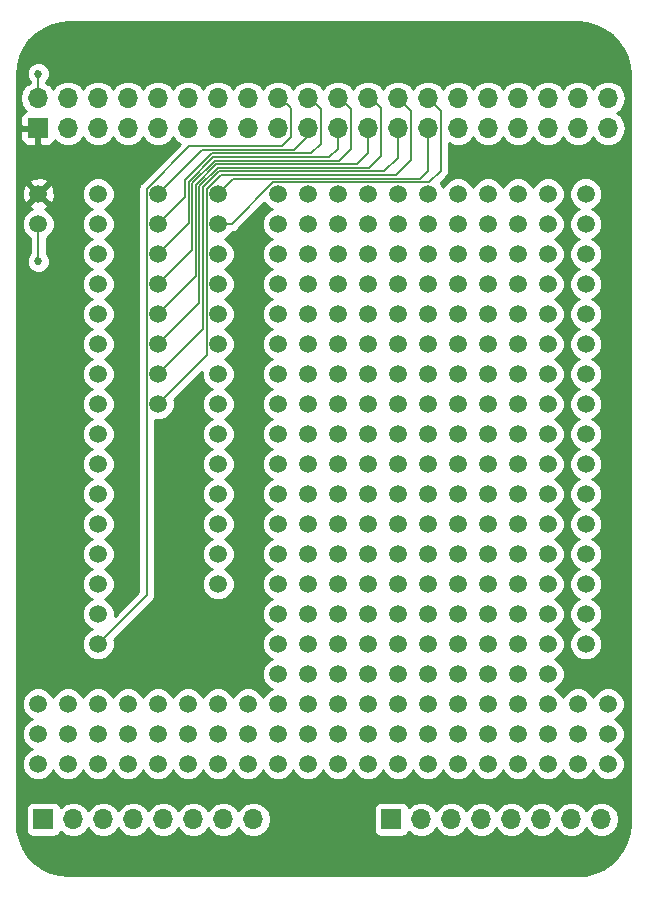
<source format=gtl>
%TF.GenerationSoftware,KiCad,Pcbnew,(5.0.0)*%
%TF.CreationDate,2018-10-23T17:17:03+02:00*%
%TF.ProjectId,S80 Breakout 2in,53383020427265616B6F75742032696E,1.0*%
%TF.SameCoordinates,Original*%
%TF.FileFunction,Copper,L1,Top,Signal*%
%TF.FilePolarity,Positive*%
%FSLAX46Y46*%
G04 Gerber Fmt 4.6, Leading zero omitted, Abs format (unit mm)*
G04 Created by KiCad (PCBNEW (5.0.0)) date 10/23/18 17:17:03*
%MOMM*%
%LPD*%
G01*
G04 APERTURE LIST*
%ADD10O,1.700000X1.700000*%
%ADD11R,1.700000X1.700000*%
%ADD12C,1.500000*%
%ADD13C,0.685800*%
%ADD14C,0.152400*%
%ADD15C,0.254000*%
G04 APERTURE END LIST*
D10*
X100304600Y-59207400D03*
X100304600Y-61747400D03*
X97764600Y-59207400D03*
X97764600Y-61747400D03*
X95224600Y-59207400D03*
X95224600Y-61747400D03*
X92684600Y-59207400D03*
X92684600Y-61747400D03*
X90144600Y-59207400D03*
X90144600Y-61747400D03*
X87604600Y-59207400D03*
X87604600Y-61747400D03*
X85064600Y-59207400D03*
X85064600Y-61747400D03*
X82524600Y-59207400D03*
X82524600Y-61747400D03*
X79984600Y-59207400D03*
X79984600Y-61747400D03*
X77444600Y-59207400D03*
X77444600Y-61747400D03*
X74904600Y-59207400D03*
X74904600Y-61747400D03*
X72364600Y-59207400D03*
X72364600Y-61747400D03*
X69824600Y-59207400D03*
X69824600Y-61747400D03*
X67284600Y-59207400D03*
X67284600Y-61747400D03*
X64744600Y-59207400D03*
X64744600Y-61747400D03*
X62204600Y-59207400D03*
X62204600Y-61747400D03*
X59664600Y-59207400D03*
X59664600Y-61747400D03*
X57124600Y-59207400D03*
X57124600Y-61747400D03*
X54584600Y-59207400D03*
X54584600Y-61747400D03*
X52044600Y-59207400D03*
D11*
X52044600Y-61747400D03*
D12*
X95250000Y-107950000D03*
X95250000Y-95250000D03*
X95250000Y-80010000D03*
X95250000Y-67310000D03*
X95250000Y-90170000D03*
X95250000Y-92710000D03*
X95250000Y-69850000D03*
X95250000Y-97790000D03*
X95250000Y-74930000D03*
X95250000Y-102870000D03*
X95250000Y-82550000D03*
X95250000Y-85090000D03*
X95250000Y-100330000D03*
X95250000Y-72390000D03*
X95250000Y-105410000D03*
X95250000Y-87630000D03*
X95250000Y-77470000D03*
X92710000Y-67310000D03*
X100330000Y-115570000D03*
X100330000Y-113030000D03*
X100330000Y-110490000D03*
X92710000Y-107950000D03*
X92710000Y-105410000D03*
X92710000Y-102870000D03*
X92710000Y-100330000D03*
X92710000Y-97790000D03*
X92710000Y-95250000D03*
X92710000Y-92710000D03*
X92710000Y-90170000D03*
X92710000Y-87630000D03*
X92710000Y-85090000D03*
X92710000Y-82550000D03*
X92710000Y-80010000D03*
X92710000Y-77470000D03*
X92710000Y-74930000D03*
X92710000Y-72390000D03*
X92710000Y-69850000D03*
X57150000Y-110490000D03*
X54610000Y-113030000D03*
X54610000Y-115570000D03*
X52070000Y-110490000D03*
X57150000Y-115570000D03*
X57150000Y-113030000D03*
X54610000Y-110490000D03*
X52070000Y-115570000D03*
X52070000Y-113030000D03*
X67310000Y-115570000D03*
X67310000Y-113030000D03*
X67310000Y-110490000D03*
X74930000Y-110490000D03*
X64770000Y-115570000D03*
X64770000Y-113030000D03*
X64770000Y-110490000D03*
X62230000Y-115570000D03*
X62230000Y-113030000D03*
X62230000Y-110490000D03*
X77470000Y-115570000D03*
X77470000Y-113030000D03*
X77470000Y-110490000D03*
X74930000Y-115570000D03*
X74930000Y-113030000D03*
X72390000Y-115570000D03*
X72390000Y-113030000D03*
X72390000Y-110490000D03*
X69850000Y-115570000D03*
X69850000Y-113030000D03*
X69850000Y-110490000D03*
X59690000Y-115570000D03*
X59690000Y-113030000D03*
X59690000Y-110490000D03*
X97790000Y-115570000D03*
X97790000Y-113030000D03*
X97790000Y-110490000D03*
X90170000Y-107950000D03*
X90170000Y-105410000D03*
X90170000Y-102870000D03*
X90170000Y-100330000D03*
X90170000Y-97790000D03*
X90170000Y-95250000D03*
X90170000Y-92710000D03*
X90170000Y-90170000D03*
X90170000Y-87630000D03*
X90170000Y-85090000D03*
X90170000Y-82550000D03*
X90170000Y-80010000D03*
X90170000Y-77470000D03*
X90170000Y-74930000D03*
X90170000Y-72390000D03*
X90170000Y-69850000D03*
X95250000Y-115570000D03*
X95250000Y-113030000D03*
X95250000Y-110490000D03*
X87630000Y-107950000D03*
X87630000Y-105410000D03*
X87630000Y-102870000D03*
X87630000Y-100330000D03*
X87630000Y-97790000D03*
X87630000Y-95250000D03*
X87630000Y-92710000D03*
X87630000Y-90170000D03*
X87630000Y-87630000D03*
X87630000Y-85090000D03*
X87630000Y-82550000D03*
X87630000Y-80010000D03*
X87630000Y-77470000D03*
X87630000Y-74930000D03*
X87630000Y-72390000D03*
X87630000Y-69850000D03*
X92710000Y-115570000D03*
X92710000Y-113030000D03*
X92710000Y-110490000D03*
X85090000Y-107950000D03*
X85090000Y-105410000D03*
X85090000Y-102870000D03*
X85090000Y-100330000D03*
X85090000Y-97790000D03*
X85090000Y-95250000D03*
X85090000Y-92710000D03*
X85090000Y-90170000D03*
X85090000Y-87630000D03*
X85090000Y-85090000D03*
X85090000Y-82550000D03*
X85090000Y-80010000D03*
X85090000Y-77470000D03*
X85090000Y-74930000D03*
X85090000Y-72390000D03*
X85090000Y-69850000D03*
X90170000Y-115570000D03*
X90170000Y-113030000D03*
X90170000Y-110490000D03*
X82550000Y-107950000D03*
X82550000Y-105410000D03*
X82550000Y-102870000D03*
X82550000Y-100330000D03*
X82550000Y-97790000D03*
X82550000Y-95250000D03*
X82550000Y-92710000D03*
X82550000Y-90170000D03*
X82550000Y-87630000D03*
X82550000Y-85090000D03*
X82550000Y-82550000D03*
X82550000Y-80010000D03*
X82550000Y-77470000D03*
X82550000Y-74930000D03*
X82550000Y-72390000D03*
X82550000Y-69850000D03*
X87630000Y-115570000D03*
X87630000Y-113030000D03*
X87630000Y-110490000D03*
X80010000Y-107950000D03*
X80010000Y-105410000D03*
X80010000Y-102870000D03*
X80010000Y-100330000D03*
X80010000Y-97790000D03*
X80010000Y-95250000D03*
X80010000Y-92710000D03*
X80010000Y-90170000D03*
X80010000Y-87630000D03*
X80010000Y-85090000D03*
X80010000Y-82550000D03*
X80010000Y-80010000D03*
X80010000Y-77470000D03*
X80010000Y-74930000D03*
X80010000Y-72390000D03*
X80010000Y-69850000D03*
X85090000Y-115570000D03*
X85090000Y-113030000D03*
X85090000Y-110490000D03*
X77470000Y-107950000D03*
X77470000Y-105410000D03*
X77470000Y-102870000D03*
X77470000Y-100330000D03*
X77470000Y-97790000D03*
X77470000Y-95250000D03*
X77470000Y-92710000D03*
X77470000Y-90170000D03*
X77470000Y-87630000D03*
X77470000Y-85090000D03*
X77470000Y-82550000D03*
X77470000Y-80010000D03*
X77470000Y-77470000D03*
X77470000Y-74930000D03*
X77470000Y-72390000D03*
X77470000Y-69850000D03*
X82550000Y-115570000D03*
X82550000Y-113030000D03*
X82550000Y-110490000D03*
X74930000Y-107950000D03*
X74930000Y-105410000D03*
X74930000Y-102870000D03*
X74930000Y-100330000D03*
X74930000Y-97790000D03*
X74930000Y-95250000D03*
X74930000Y-92710000D03*
X74930000Y-90170000D03*
X74930000Y-87630000D03*
X74930000Y-85090000D03*
X74930000Y-82550000D03*
X74930000Y-80010000D03*
X74930000Y-77470000D03*
X74930000Y-74930000D03*
X74930000Y-72390000D03*
X74930000Y-69850000D03*
X80010000Y-115570000D03*
X80010000Y-113030000D03*
X80010000Y-110490000D03*
X72390000Y-107950000D03*
X72390000Y-105410000D03*
X72390000Y-102870000D03*
X72390000Y-100330000D03*
X72390000Y-97790000D03*
X72390000Y-95250000D03*
X72390000Y-92710000D03*
X72390000Y-90170000D03*
X72390000Y-87630000D03*
X72390000Y-85090000D03*
X72390000Y-82550000D03*
X72390000Y-80010000D03*
X72390000Y-77470000D03*
X72390000Y-74930000D03*
X72390000Y-72390000D03*
X72390000Y-69850000D03*
X90170000Y-67310000D03*
X87630000Y-67310000D03*
X85090000Y-67310000D03*
X82550000Y-67310000D03*
X80010000Y-67310000D03*
X77470000Y-67310000D03*
X74930000Y-67310000D03*
X57150000Y-67310000D03*
X57150000Y-69850000D03*
X57150000Y-72390000D03*
X57150000Y-74930000D03*
X57150000Y-77470000D03*
X57150000Y-80010000D03*
X57150000Y-82550000D03*
X57150000Y-85090000D03*
X57150000Y-87630000D03*
X57150000Y-90170000D03*
X57150000Y-92710000D03*
X57150000Y-95250000D03*
X57150000Y-97790000D03*
X57150000Y-100330000D03*
X57150000Y-102870000D03*
X57150000Y-105410000D03*
X62230000Y-67310000D03*
X62230000Y-69850000D03*
X62230000Y-72390000D03*
X62230000Y-74930000D03*
X62230000Y-77470000D03*
X62230000Y-80010000D03*
X62230000Y-82550000D03*
X62230000Y-85090000D03*
X67310000Y-67310000D03*
X67310000Y-69850000D03*
X67310000Y-72390000D03*
X67310000Y-74930000D03*
X67310000Y-77470000D03*
X67310000Y-80010000D03*
X67310000Y-82550000D03*
X67310000Y-85090000D03*
X67310000Y-87630000D03*
X67310000Y-90170000D03*
X67310000Y-92710000D03*
X67310000Y-95250000D03*
X67310000Y-97790000D03*
X67310000Y-100330000D03*
X52070000Y-67310000D03*
X52070000Y-69850000D03*
X98425000Y-67310000D03*
X98425000Y-69850000D03*
X98425000Y-72390000D03*
X98425000Y-74930000D03*
X98425000Y-77470000D03*
X98425000Y-80010000D03*
X98425000Y-82550000D03*
X98425000Y-85090000D03*
X98425000Y-87630000D03*
X98425000Y-90170000D03*
X98425000Y-92710000D03*
X98425000Y-95250000D03*
X98425000Y-97790000D03*
X98425000Y-100330000D03*
X98425000Y-102870000D03*
X98425000Y-105410000D03*
X72390000Y-67310000D03*
D10*
X70281800Y-120269000D03*
X67741800Y-120269000D03*
X65201800Y-120269000D03*
X62661800Y-120269000D03*
X60121800Y-120269000D03*
X57581800Y-120269000D03*
X55041800Y-120269000D03*
D11*
X52501800Y-120269000D03*
D10*
X99745800Y-120269000D03*
X97205800Y-120269000D03*
X94665800Y-120269000D03*
X92125800Y-120269000D03*
X89585800Y-120269000D03*
X87045800Y-120269000D03*
X84505800Y-120269000D03*
D11*
X81965800Y-120269000D03*
D13*
X52070000Y-57150000D03*
X52070000Y-73025000D03*
D14*
X52044600Y-59207400D02*
X52044600Y-57175400D01*
X52044600Y-57175400D02*
X52070000Y-57150000D01*
X52070000Y-69850000D02*
X52070000Y-73025000D01*
X72364600Y-59207400D02*
X72577960Y-59207400D01*
X61241940Y-101318060D02*
X57150000Y-105410000D01*
X61241940Y-66911220D02*
X61241940Y-101318060D01*
X64871620Y-63281540D02*
X61241940Y-66911220D01*
X72682100Y-63281540D02*
X64871620Y-63281540D01*
X73451720Y-62511920D02*
X72682100Y-63281540D01*
X73451720Y-60081160D02*
X73451720Y-62511920D01*
X72577960Y-59207400D02*
X73451720Y-60081160D01*
X62908308Y-67310000D02*
X62230000Y-67310000D01*
X74904600Y-61747400D02*
X74904600Y-62445882D01*
X65953658Y-63586342D02*
X62230000Y-67310000D01*
X73764140Y-63586342D02*
X65953658Y-63586342D01*
X74904600Y-62445882D02*
X73764140Y-63586342D01*
X74904600Y-59207400D02*
X75044300Y-59207400D01*
X64500748Y-67579252D02*
X62230000Y-69850000D01*
X64500748Y-66146076D02*
X64500748Y-67579252D01*
X66755680Y-63891144D02*
X64500748Y-66146076D01*
X75204320Y-63891144D02*
X66755680Y-63891144D01*
X75994260Y-63101204D02*
X75204320Y-63891144D01*
X75994260Y-60157360D02*
X75994260Y-63101204D01*
X75044300Y-59207400D02*
X75994260Y-60157360D01*
X77444600Y-61747400D02*
X77444600Y-63479666D01*
X64805550Y-69814450D02*
X62230000Y-72390000D01*
X64805550Y-66272330D02*
X64805550Y-69814450D01*
X66881934Y-64195946D02*
X64805550Y-66272330D01*
X76728320Y-64195946D02*
X66881934Y-64195946D01*
X77444600Y-63479666D02*
X76728320Y-64195946D01*
X77444600Y-59207400D02*
X77624940Y-59207400D01*
X65110352Y-72049648D02*
X62230000Y-74930000D01*
X65110352Y-66398584D02*
X65110352Y-72049648D01*
X67008188Y-64500748D02*
X65110352Y-66398584D01*
X77569060Y-64500748D02*
X67008188Y-64500748D01*
X78531720Y-63538088D02*
X77569060Y-64500748D01*
X78531720Y-60114180D02*
X78531720Y-63538088D01*
X77624940Y-59207400D02*
X78531720Y-60114180D01*
X79984600Y-61747400D02*
X79984600Y-63847970D01*
X65415154Y-74284846D02*
X62230000Y-77470000D01*
X65415154Y-66524838D02*
X65415154Y-74284846D01*
X67134442Y-64805550D02*
X65415154Y-66524838D01*
X79027020Y-64805550D02*
X67134442Y-64805550D01*
X79984600Y-63847970D02*
X79027020Y-64805550D01*
X79984600Y-59207400D02*
X80043020Y-59207400D01*
X79984600Y-59207400D02*
X80251300Y-59207400D01*
X65719956Y-76520044D02*
X62230000Y-80010000D01*
X65719956Y-66651092D02*
X65719956Y-76520044D01*
X67260696Y-65110352D02*
X65719956Y-66651092D01*
X80060800Y-65110352D02*
X67260696Y-65110352D01*
X81069180Y-64101972D02*
X80060800Y-65110352D01*
X81069180Y-60025280D02*
X81069180Y-64101972D01*
X80251300Y-59207400D02*
X81069180Y-60025280D01*
X82524600Y-61747400D02*
X82524600Y-64246760D01*
X66024758Y-78755242D02*
X62230000Y-82550000D01*
X66024758Y-66777346D02*
X66024758Y-78755242D01*
X67386950Y-65415154D02*
X66024758Y-66777346D01*
X81356206Y-65415154D02*
X67386950Y-65415154D01*
X82524600Y-64246760D02*
X81356206Y-65415154D01*
X66329560Y-80990440D02*
X62230000Y-85090000D01*
X66329560Y-66906140D02*
X66329560Y-66913760D01*
X66329560Y-66913760D02*
X66329560Y-80990440D01*
X66329560Y-66913760D02*
X66329560Y-66903600D01*
X83611720Y-60294520D02*
X82524600Y-59207400D01*
X83611720Y-64460120D02*
X83611720Y-60294520D01*
X82351884Y-65719956D02*
X83611720Y-64460120D01*
X67513204Y-65719956D02*
X82351884Y-65719956D01*
X66329560Y-66903600D02*
X67513204Y-65719956D01*
X85064600Y-61747400D02*
X85064600Y-65392298D01*
X68595242Y-66024758D02*
X67310000Y-67310000D01*
X84432140Y-66024758D02*
X68595242Y-66024758D01*
X85064600Y-65392298D02*
X84432140Y-66024758D01*
X67310000Y-69850000D02*
X68463160Y-69850000D01*
X86151720Y-60294520D02*
X85064600Y-59207400D01*
X86151720Y-65364360D02*
X86151720Y-60294520D01*
X85186520Y-66329560D02*
X86151720Y-65364360D01*
X71983600Y-66329560D02*
X85186520Y-66329560D01*
X68463160Y-69850000D02*
X71983600Y-66329560D01*
D15*
G36*
X98558914Y-52876545D02*
X99303529Y-53080248D01*
X100000299Y-53412592D01*
X100627204Y-53863068D01*
X101164426Y-54417438D01*
X101594993Y-55058188D01*
X101905285Y-55765054D01*
X102086855Y-56521349D01*
X102135000Y-57176950D01*
X102135001Y-120617257D01*
X102063455Y-121418914D01*
X101859752Y-122163528D01*
X101527409Y-122860297D01*
X101076932Y-123487203D01*
X100522559Y-124024428D01*
X99881812Y-124454993D01*
X99174946Y-124765285D01*
X98418650Y-124946855D01*
X97763050Y-124995000D01*
X54642732Y-124995000D01*
X53841086Y-124923455D01*
X53096472Y-124719752D01*
X52399703Y-124387409D01*
X51772797Y-123936932D01*
X51235572Y-123382559D01*
X50805007Y-122741812D01*
X50494715Y-122034946D01*
X50313145Y-121278650D01*
X50265000Y-120623050D01*
X50265000Y-119419000D01*
X51004360Y-119419000D01*
X51004360Y-121119000D01*
X51053643Y-121366765D01*
X51193991Y-121576809D01*
X51404035Y-121717157D01*
X51651800Y-121766440D01*
X53351800Y-121766440D01*
X53599565Y-121717157D01*
X53809609Y-121576809D01*
X53949957Y-121366765D01*
X53958984Y-121321381D01*
X53971175Y-121339625D01*
X54462382Y-121667839D01*
X54895544Y-121754000D01*
X55188056Y-121754000D01*
X55621218Y-121667839D01*
X56112425Y-121339625D01*
X56311800Y-121041239D01*
X56511175Y-121339625D01*
X57002382Y-121667839D01*
X57435544Y-121754000D01*
X57728056Y-121754000D01*
X58161218Y-121667839D01*
X58652425Y-121339625D01*
X58851800Y-121041239D01*
X59051175Y-121339625D01*
X59542382Y-121667839D01*
X59975544Y-121754000D01*
X60268056Y-121754000D01*
X60701218Y-121667839D01*
X61192425Y-121339625D01*
X61391800Y-121041239D01*
X61591175Y-121339625D01*
X62082382Y-121667839D01*
X62515544Y-121754000D01*
X62808056Y-121754000D01*
X63241218Y-121667839D01*
X63732425Y-121339625D01*
X63931800Y-121041239D01*
X64131175Y-121339625D01*
X64622382Y-121667839D01*
X65055544Y-121754000D01*
X65348056Y-121754000D01*
X65781218Y-121667839D01*
X66272425Y-121339625D01*
X66471800Y-121041239D01*
X66671175Y-121339625D01*
X67162382Y-121667839D01*
X67595544Y-121754000D01*
X67888056Y-121754000D01*
X68321218Y-121667839D01*
X68812425Y-121339625D01*
X69011800Y-121041239D01*
X69211175Y-121339625D01*
X69702382Y-121667839D01*
X70135544Y-121754000D01*
X70428056Y-121754000D01*
X70861218Y-121667839D01*
X71352425Y-121339625D01*
X71680639Y-120848418D01*
X71795892Y-120269000D01*
X71680639Y-119689582D01*
X71499842Y-119419000D01*
X80468360Y-119419000D01*
X80468360Y-121119000D01*
X80517643Y-121366765D01*
X80657991Y-121576809D01*
X80868035Y-121717157D01*
X81115800Y-121766440D01*
X82815800Y-121766440D01*
X83063565Y-121717157D01*
X83273609Y-121576809D01*
X83413957Y-121366765D01*
X83422984Y-121321381D01*
X83435175Y-121339625D01*
X83926382Y-121667839D01*
X84359544Y-121754000D01*
X84652056Y-121754000D01*
X85085218Y-121667839D01*
X85576425Y-121339625D01*
X85775800Y-121041239D01*
X85975175Y-121339625D01*
X86466382Y-121667839D01*
X86899544Y-121754000D01*
X87192056Y-121754000D01*
X87625218Y-121667839D01*
X88116425Y-121339625D01*
X88315800Y-121041239D01*
X88515175Y-121339625D01*
X89006382Y-121667839D01*
X89439544Y-121754000D01*
X89732056Y-121754000D01*
X90165218Y-121667839D01*
X90656425Y-121339625D01*
X90855800Y-121041239D01*
X91055175Y-121339625D01*
X91546382Y-121667839D01*
X91979544Y-121754000D01*
X92272056Y-121754000D01*
X92705218Y-121667839D01*
X93196425Y-121339625D01*
X93395800Y-121041239D01*
X93595175Y-121339625D01*
X94086382Y-121667839D01*
X94519544Y-121754000D01*
X94812056Y-121754000D01*
X95245218Y-121667839D01*
X95736425Y-121339625D01*
X95935800Y-121041239D01*
X96135175Y-121339625D01*
X96626382Y-121667839D01*
X97059544Y-121754000D01*
X97352056Y-121754000D01*
X97785218Y-121667839D01*
X98276425Y-121339625D01*
X98475800Y-121041239D01*
X98675175Y-121339625D01*
X99166382Y-121667839D01*
X99599544Y-121754000D01*
X99892056Y-121754000D01*
X100325218Y-121667839D01*
X100816425Y-121339625D01*
X101144639Y-120848418D01*
X101259892Y-120269000D01*
X101144639Y-119689582D01*
X100816425Y-119198375D01*
X100325218Y-118870161D01*
X99892056Y-118784000D01*
X99599544Y-118784000D01*
X99166382Y-118870161D01*
X98675175Y-119198375D01*
X98475800Y-119496761D01*
X98276425Y-119198375D01*
X97785218Y-118870161D01*
X97352056Y-118784000D01*
X97059544Y-118784000D01*
X96626382Y-118870161D01*
X96135175Y-119198375D01*
X95935800Y-119496761D01*
X95736425Y-119198375D01*
X95245218Y-118870161D01*
X94812056Y-118784000D01*
X94519544Y-118784000D01*
X94086382Y-118870161D01*
X93595175Y-119198375D01*
X93395800Y-119496761D01*
X93196425Y-119198375D01*
X92705218Y-118870161D01*
X92272056Y-118784000D01*
X91979544Y-118784000D01*
X91546382Y-118870161D01*
X91055175Y-119198375D01*
X90855800Y-119496761D01*
X90656425Y-119198375D01*
X90165218Y-118870161D01*
X89732056Y-118784000D01*
X89439544Y-118784000D01*
X89006382Y-118870161D01*
X88515175Y-119198375D01*
X88315800Y-119496761D01*
X88116425Y-119198375D01*
X87625218Y-118870161D01*
X87192056Y-118784000D01*
X86899544Y-118784000D01*
X86466382Y-118870161D01*
X85975175Y-119198375D01*
X85775800Y-119496761D01*
X85576425Y-119198375D01*
X85085218Y-118870161D01*
X84652056Y-118784000D01*
X84359544Y-118784000D01*
X83926382Y-118870161D01*
X83435175Y-119198375D01*
X83422984Y-119216619D01*
X83413957Y-119171235D01*
X83273609Y-118961191D01*
X83063565Y-118820843D01*
X82815800Y-118771560D01*
X81115800Y-118771560D01*
X80868035Y-118820843D01*
X80657991Y-118961191D01*
X80517643Y-119171235D01*
X80468360Y-119419000D01*
X71499842Y-119419000D01*
X71352425Y-119198375D01*
X70861218Y-118870161D01*
X70428056Y-118784000D01*
X70135544Y-118784000D01*
X69702382Y-118870161D01*
X69211175Y-119198375D01*
X69011800Y-119496761D01*
X68812425Y-119198375D01*
X68321218Y-118870161D01*
X67888056Y-118784000D01*
X67595544Y-118784000D01*
X67162382Y-118870161D01*
X66671175Y-119198375D01*
X66471800Y-119496761D01*
X66272425Y-119198375D01*
X65781218Y-118870161D01*
X65348056Y-118784000D01*
X65055544Y-118784000D01*
X64622382Y-118870161D01*
X64131175Y-119198375D01*
X63931800Y-119496761D01*
X63732425Y-119198375D01*
X63241218Y-118870161D01*
X62808056Y-118784000D01*
X62515544Y-118784000D01*
X62082382Y-118870161D01*
X61591175Y-119198375D01*
X61391800Y-119496761D01*
X61192425Y-119198375D01*
X60701218Y-118870161D01*
X60268056Y-118784000D01*
X59975544Y-118784000D01*
X59542382Y-118870161D01*
X59051175Y-119198375D01*
X58851800Y-119496761D01*
X58652425Y-119198375D01*
X58161218Y-118870161D01*
X57728056Y-118784000D01*
X57435544Y-118784000D01*
X57002382Y-118870161D01*
X56511175Y-119198375D01*
X56311800Y-119496761D01*
X56112425Y-119198375D01*
X55621218Y-118870161D01*
X55188056Y-118784000D01*
X54895544Y-118784000D01*
X54462382Y-118870161D01*
X53971175Y-119198375D01*
X53958984Y-119216619D01*
X53949957Y-119171235D01*
X53809609Y-118961191D01*
X53599565Y-118820843D01*
X53351800Y-118771560D01*
X51651800Y-118771560D01*
X51404035Y-118820843D01*
X51193991Y-118961191D01*
X51053643Y-119171235D01*
X51004360Y-119419000D01*
X50265000Y-119419000D01*
X50265000Y-69574506D01*
X50685000Y-69574506D01*
X50685000Y-70125494D01*
X50895853Y-70634540D01*
X51285460Y-71024147D01*
X51358800Y-71054525D01*
X51358801Y-72353240D01*
X51240977Y-72471064D01*
X51092100Y-72830484D01*
X51092100Y-73219516D01*
X51240977Y-73578936D01*
X51516064Y-73854023D01*
X51875484Y-74002900D01*
X52264516Y-74002900D01*
X52623936Y-73854023D01*
X52899023Y-73578936D01*
X53047900Y-73219516D01*
X53047900Y-72830484D01*
X52899023Y-72471064D01*
X52781200Y-72353241D01*
X52781200Y-71054525D01*
X52854540Y-71024147D01*
X53244147Y-70634540D01*
X53455000Y-70125494D01*
X53455000Y-69574506D01*
X53244147Y-69065460D01*
X52854540Y-68675853D01*
X52639070Y-68586603D01*
X52793923Y-68522460D01*
X52861912Y-68281517D01*
X52070000Y-67489605D01*
X51278088Y-68281517D01*
X51346077Y-68522460D01*
X51512658Y-68581745D01*
X51285460Y-68675853D01*
X50895853Y-69065460D01*
X50685000Y-69574506D01*
X50265000Y-69574506D01*
X50265000Y-67105171D01*
X50672799Y-67105171D01*
X50700770Y-67655448D01*
X50857540Y-68033923D01*
X51098483Y-68101912D01*
X51890395Y-67310000D01*
X52249605Y-67310000D01*
X53041517Y-68101912D01*
X53282460Y-68033923D01*
X53467201Y-67514829D01*
X53439230Y-66964552D01*
X53282460Y-66586077D01*
X53041517Y-66518088D01*
X52249605Y-67310000D01*
X51890395Y-67310000D01*
X51098483Y-66518088D01*
X50857540Y-66586077D01*
X50672799Y-67105171D01*
X50265000Y-67105171D01*
X50265000Y-66338483D01*
X51278088Y-66338483D01*
X52070000Y-67130395D01*
X52861912Y-66338483D01*
X52793923Y-66097540D01*
X52274829Y-65912799D01*
X51724552Y-65940770D01*
X51346077Y-66097540D01*
X51278088Y-66338483D01*
X50265000Y-66338483D01*
X50265000Y-62033150D01*
X50559600Y-62033150D01*
X50559600Y-62723709D01*
X50656273Y-62957098D01*
X50834901Y-63135727D01*
X51068290Y-63232400D01*
X51758850Y-63232400D01*
X51917600Y-63073650D01*
X51917600Y-61874400D01*
X50718350Y-61874400D01*
X50559600Y-62033150D01*
X50265000Y-62033150D01*
X50265000Y-59207400D01*
X50530508Y-59207400D01*
X50645761Y-59786818D01*
X50973975Y-60278025D01*
X50995632Y-60292496D01*
X50834901Y-60359073D01*
X50656273Y-60537702D01*
X50559600Y-60771091D01*
X50559600Y-61461650D01*
X50718350Y-61620400D01*
X51917600Y-61620400D01*
X51917600Y-61600400D01*
X52171600Y-61600400D01*
X52171600Y-61620400D01*
X52191600Y-61620400D01*
X52191600Y-61874400D01*
X52171600Y-61874400D01*
X52171600Y-63073650D01*
X52330350Y-63232400D01*
X53020910Y-63232400D01*
X53254299Y-63135727D01*
X53432927Y-62957098D01*
X53499504Y-62796367D01*
X53513975Y-62818025D01*
X54005182Y-63146239D01*
X54438344Y-63232400D01*
X54730856Y-63232400D01*
X55164018Y-63146239D01*
X55655225Y-62818025D01*
X55854600Y-62519639D01*
X56053975Y-62818025D01*
X56545182Y-63146239D01*
X56978344Y-63232400D01*
X57270856Y-63232400D01*
X57704018Y-63146239D01*
X58195225Y-62818025D01*
X58394600Y-62519639D01*
X58593975Y-62818025D01*
X59085182Y-63146239D01*
X59518344Y-63232400D01*
X59810856Y-63232400D01*
X60244018Y-63146239D01*
X60735225Y-62818025D01*
X60934600Y-62519639D01*
X61133975Y-62818025D01*
X61625182Y-63146239D01*
X62058344Y-63232400D01*
X62350856Y-63232400D01*
X62784018Y-63146239D01*
X63275225Y-62818025D01*
X63474600Y-62519639D01*
X63673975Y-62818025D01*
X64066841Y-63080530D01*
X60788574Y-66358798D01*
X60729194Y-66398475D01*
X60689518Y-66457854D01*
X60689516Y-66457856D01*
X60644760Y-66524838D01*
X60572004Y-66633725D01*
X60530740Y-66841175D01*
X60530740Y-66841179D01*
X60516808Y-66911220D01*
X60530740Y-66981261D01*
X60530741Y-101023470D01*
X58535000Y-103019212D01*
X58535000Y-102594506D01*
X58324147Y-102085460D01*
X57934540Y-101695853D01*
X57703130Y-101600000D01*
X57934540Y-101504147D01*
X58324147Y-101114540D01*
X58535000Y-100605494D01*
X58535000Y-100054506D01*
X58324147Y-99545460D01*
X57934540Y-99155853D01*
X57703130Y-99060000D01*
X57934540Y-98964147D01*
X58324147Y-98574540D01*
X58535000Y-98065494D01*
X58535000Y-97514506D01*
X58324147Y-97005460D01*
X57934540Y-96615853D01*
X57703130Y-96520000D01*
X57934540Y-96424147D01*
X58324147Y-96034540D01*
X58535000Y-95525494D01*
X58535000Y-94974506D01*
X58324147Y-94465460D01*
X57934540Y-94075853D01*
X57703130Y-93980000D01*
X57934540Y-93884147D01*
X58324147Y-93494540D01*
X58535000Y-92985494D01*
X58535000Y-92434506D01*
X58324147Y-91925460D01*
X57934540Y-91535853D01*
X57703130Y-91440000D01*
X57934540Y-91344147D01*
X58324147Y-90954540D01*
X58535000Y-90445494D01*
X58535000Y-89894506D01*
X58324147Y-89385460D01*
X57934540Y-88995853D01*
X57703130Y-88900000D01*
X57934540Y-88804147D01*
X58324147Y-88414540D01*
X58535000Y-87905494D01*
X58535000Y-87354506D01*
X58324147Y-86845460D01*
X57934540Y-86455853D01*
X57703130Y-86360000D01*
X57934540Y-86264147D01*
X58324147Y-85874540D01*
X58535000Y-85365494D01*
X58535000Y-84814506D01*
X58324147Y-84305460D01*
X57934540Y-83915853D01*
X57703130Y-83820000D01*
X57934540Y-83724147D01*
X58324147Y-83334540D01*
X58535000Y-82825494D01*
X58535000Y-82274506D01*
X58324147Y-81765460D01*
X57934540Y-81375853D01*
X57703130Y-81280000D01*
X57934540Y-81184147D01*
X58324147Y-80794540D01*
X58535000Y-80285494D01*
X58535000Y-79734506D01*
X58324147Y-79225460D01*
X57934540Y-78835853D01*
X57703130Y-78740000D01*
X57934540Y-78644147D01*
X58324147Y-78254540D01*
X58535000Y-77745494D01*
X58535000Y-77194506D01*
X58324147Y-76685460D01*
X57934540Y-76295853D01*
X57703130Y-76200000D01*
X57934540Y-76104147D01*
X58324147Y-75714540D01*
X58535000Y-75205494D01*
X58535000Y-74654506D01*
X58324147Y-74145460D01*
X57934540Y-73755853D01*
X57703130Y-73660000D01*
X57934540Y-73564147D01*
X58324147Y-73174540D01*
X58535000Y-72665494D01*
X58535000Y-72114506D01*
X58324147Y-71605460D01*
X57934540Y-71215853D01*
X57703130Y-71120000D01*
X57934540Y-71024147D01*
X58324147Y-70634540D01*
X58535000Y-70125494D01*
X58535000Y-69574506D01*
X58324147Y-69065460D01*
X57934540Y-68675853D01*
X57703130Y-68580000D01*
X57934540Y-68484147D01*
X58324147Y-68094540D01*
X58535000Y-67585494D01*
X58535000Y-67034506D01*
X58324147Y-66525460D01*
X57934540Y-66135853D01*
X57425494Y-65925000D01*
X56874506Y-65925000D01*
X56365460Y-66135853D01*
X55975853Y-66525460D01*
X55765000Y-67034506D01*
X55765000Y-67585494D01*
X55975853Y-68094540D01*
X56365460Y-68484147D01*
X56596870Y-68580000D01*
X56365460Y-68675853D01*
X55975853Y-69065460D01*
X55765000Y-69574506D01*
X55765000Y-70125494D01*
X55975853Y-70634540D01*
X56365460Y-71024147D01*
X56596870Y-71120000D01*
X56365460Y-71215853D01*
X55975853Y-71605460D01*
X55765000Y-72114506D01*
X55765000Y-72665494D01*
X55975853Y-73174540D01*
X56365460Y-73564147D01*
X56596870Y-73660000D01*
X56365460Y-73755853D01*
X55975853Y-74145460D01*
X55765000Y-74654506D01*
X55765000Y-75205494D01*
X55975853Y-75714540D01*
X56365460Y-76104147D01*
X56596870Y-76200000D01*
X56365460Y-76295853D01*
X55975853Y-76685460D01*
X55765000Y-77194506D01*
X55765000Y-77745494D01*
X55975853Y-78254540D01*
X56365460Y-78644147D01*
X56596870Y-78740000D01*
X56365460Y-78835853D01*
X55975853Y-79225460D01*
X55765000Y-79734506D01*
X55765000Y-80285494D01*
X55975853Y-80794540D01*
X56365460Y-81184147D01*
X56596870Y-81280000D01*
X56365460Y-81375853D01*
X55975853Y-81765460D01*
X55765000Y-82274506D01*
X55765000Y-82825494D01*
X55975853Y-83334540D01*
X56365460Y-83724147D01*
X56596870Y-83820000D01*
X56365460Y-83915853D01*
X55975853Y-84305460D01*
X55765000Y-84814506D01*
X55765000Y-85365494D01*
X55975853Y-85874540D01*
X56365460Y-86264147D01*
X56596870Y-86360000D01*
X56365460Y-86455853D01*
X55975853Y-86845460D01*
X55765000Y-87354506D01*
X55765000Y-87905494D01*
X55975853Y-88414540D01*
X56365460Y-88804147D01*
X56596870Y-88900000D01*
X56365460Y-88995853D01*
X55975853Y-89385460D01*
X55765000Y-89894506D01*
X55765000Y-90445494D01*
X55975853Y-90954540D01*
X56365460Y-91344147D01*
X56596870Y-91440000D01*
X56365460Y-91535853D01*
X55975853Y-91925460D01*
X55765000Y-92434506D01*
X55765000Y-92985494D01*
X55975853Y-93494540D01*
X56365460Y-93884147D01*
X56596870Y-93980000D01*
X56365460Y-94075853D01*
X55975853Y-94465460D01*
X55765000Y-94974506D01*
X55765000Y-95525494D01*
X55975853Y-96034540D01*
X56365460Y-96424147D01*
X56596870Y-96520000D01*
X56365460Y-96615853D01*
X55975853Y-97005460D01*
X55765000Y-97514506D01*
X55765000Y-98065494D01*
X55975853Y-98574540D01*
X56365460Y-98964147D01*
X56596870Y-99060000D01*
X56365460Y-99155853D01*
X55975853Y-99545460D01*
X55765000Y-100054506D01*
X55765000Y-100605494D01*
X55975853Y-101114540D01*
X56365460Y-101504147D01*
X56596870Y-101600000D01*
X56365460Y-101695853D01*
X55975853Y-102085460D01*
X55765000Y-102594506D01*
X55765000Y-103145494D01*
X55975853Y-103654540D01*
X56365460Y-104044147D01*
X56596870Y-104140000D01*
X56365460Y-104235853D01*
X55975853Y-104625460D01*
X55765000Y-105134506D01*
X55765000Y-105685494D01*
X55975853Y-106194540D01*
X56365460Y-106584147D01*
X56874506Y-106795000D01*
X57425494Y-106795000D01*
X57934540Y-106584147D01*
X58324147Y-106194540D01*
X58535000Y-105685494D01*
X58535000Y-105134506D01*
X58504622Y-105061166D01*
X61695307Y-101870482D01*
X61754686Y-101830806D01*
X61794362Y-101771427D01*
X61794364Y-101771425D01*
X61911875Y-101595558D01*
X61911875Y-101595557D01*
X61911876Y-101595556D01*
X61953140Y-101388106D01*
X61953140Y-101388103D01*
X61967072Y-101318061D01*
X61953140Y-101248019D01*
X61953140Y-86474434D01*
X61954506Y-86475000D01*
X62505494Y-86475000D01*
X63014540Y-86264147D01*
X63404147Y-85874540D01*
X63615000Y-85365494D01*
X63615000Y-84814506D01*
X63584622Y-84741166D01*
X65925000Y-82400789D01*
X65925000Y-82825494D01*
X66135853Y-83334540D01*
X66525460Y-83724147D01*
X66756870Y-83820000D01*
X66525460Y-83915853D01*
X66135853Y-84305460D01*
X65925000Y-84814506D01*
X65925000Y-85365494D01*
X66135853Y-85874540D01*
X66525460Y-86264147D01*
X66756870Y-86360000D01*
X66525460Y-86455853D01*
X66135853Y-86845460D01*
X65925000Y-87354506D01*
X65925000Y-87905494D01*
X66135853Y-88414540D01*
X66525460Y-88804147D01*
X66756870Y-88900000D01*
X66525460Y-88995853D01*
X66135853Y-89385460D01*
X65925000Y-89894506D01*
X65925000Y-90445494D01*
X66135853Y-90954540D01*
X66525460Y-91344147D01*
X66756870Y-91440000D01*
X66525460Y-91535853D01*
X66135853Y-91925460D01*
X65925000Y-92434506D01*
X65925000Y-92985494D01*
X66135853Y-93494540D01*
X66525460Y-93884147D01*
X66756870Y-93980000D01*
X66525460Y-94075853D01*
X66135853Y-94465460D01*
X65925000Y-94974506D01*
X65925000Y-95525494D01*
X66135853Y-96034540D01*
X66525460Y-96424147D01*
X66756870Y-96520000D01*
X66525460Y-96615853D01*
X66135853Y-97005460D01*
X65925000Y-97514506D01*
X65925000Y-98065494D01*
X66135853Y-98574540D01*
X66525460Y-98964147D01*
X66756870Y-99060000D01*
X66525460Y-99155853D01*
X66135853Y-99545460D01*
X65925000Y-100054506D01*
X65925000Y-100605494D01*
X66135853Y-101114540D01*
X66525460Y-101504147D01*
X67034506Y-101715000D01*
X67585494Y-101715000D01*
X68094540Y-101504147D01*
X68484147Y-101114540D01*
X68695000Y-100605494D01*
X68695000Y-100054506D01*
X68484147Y-99545460D01*
X68094540Y-99155853D01*
X67863130Y-99060000D01*
X68094540Y-98964147D01*
X68484147Y-98574540D01*
X68695000Y-98065494D01*
X68695000Y-97514506D01*
X68484147Y-97005460D01*
X68094540Y-96615853D01*
X67863130Y-96520000D01*
X68094540Y-96424147D01*
X68484147Y-96034540D01*
X68695000Y-95525494D01*
X68695000Y-94974506D01*
X68484147Y-94465460D01*
X68094540Y-94075853D01*
X67863130Y-93980000D01*
X68094540Y-93884147D01*
X68484147Y-93494540D01*
X68695000Y-92985494D01*
X68695000Y-92434506D01*
X68484147Y-91925460D01*
X68094540Y-91535853D01*
X67863130Y-91440000D01*
X68094540Y-91344147D01*
X68484147Y-90954540D01*
X68695000Y-90445494D01*
X68695000Y-89894506D01*
X68484147Y-89385460D01*
X68094540Y-88995853D01*
X67863130Y-88900000D01*
X68094540Y-88804147D01*
X68484147Y-88414540D01*
X68695000Y-87905494D01*
X68695000Y-87354506D01*
X68484147Y-86845460D01*
X68094540Y-86455853D01*
X67863130Y-86360000D01*
X68094540Y-86264147D01*
X68484147Y-85874540D01*
X68695000Y-85365494D01*
X68695000Y-84814506D01*
X68484147Y-84305460D01*
X68094540Y-83915853D01*
X67863130Y-83820000D01*
X68094540Y-83724147D01*
X68484147Y-83334540D01*
X68695000Y-82825494D01*
X68695000Y-82274506D01*
X68484147Y-81765460D01*
X68094540Y-81375853D01*
X67863130Y-81280000D01*
X68094540Y-81184147D01*
X68484147Y-80794540D01*
X68695000Y-80285494D01*
X68695000Y-79734506D01*
X68484147Y-79225460D01*
X68094540Y-78835853D01*
X67863130Y-78740000D01*
X68094540Y-78644147D01*
X68484147Y-78254540D01*
X68695000Y-77745494D01*
X68695000Y-77194506D01*
X68484147Y-76685460D01*
X68094540Y-76295853D01*
X67863130Y-76200000D01*
X68094540Y-76104147D01*
X68484147Y-75714540D01*
X68695000Y-75205494D01*
X68695000Y-74654506D01*
X68484147Y-74145460D01*
X68094540Y-73755853D01*
X67863130Y-73660000D01*
X68094540Y-73564147D01*
X68484147Y-73174540D01*
X68695000Y-72665494D01*
X68695000Y-72114506D01*
X68484147Y-71605460D01*
X68094540Y-71215853D01*
X67863130Y-71120000D01*
X68094540Y-71024147D01*
X68484147Y-70634540D01*
X68512848Y-70565248D01*
X68533201Y-70561200D01*
X68533206Y-70561200D01*
X68740656Y-70519936D01*
X68975906Y-70362746D01*
X69015584Y-70303364D01*
X71220131Y-68098818D01*
X71605460Y-68484147D01*
X71836870Y-68580000D01*
X71605460Y-68675853D01*
X71215853Y-69065460D01*
X71005000Y-69574506D01*
X71005000Y-70125494D01*
X71215853Y-70634540D01*
X71605460Y-71024147D01*
X71836870Y-71120000D01*
X71605460Y-71215853D01*
X71215853Y-71605460D01*
X71005000Y-72114506D01*
X71005000Y-72665494D01*
X71215853Y-73174540D01*
X71605460Y-73564147D01*
X71836870Y-73660000D01*
X71605460Y-73755853D01*
X71215853Y-74145460D01*
X71005000Y-74654506D01*
X71005000Y-75205494D01*
X71215853Y-75714540D01*
X71605460Y-76104147D01*
X71836870Y-76200000D01*
X71605460Y-76295853D01*
X71215853Y-76685460D01*
X71005000Y-77194506D01*
X71005000Y-77745494D01*
X71215853Y-78254540D01*
X71605460Y-78644147D01*
X71836870Y-78740000D01*
X71605460Y-78835853D01*
X71215853Y-79225460D01*
X71005000Y-79734506D01*
X71005000Y-80285494D01*
X71215853Y-80794540D01*
X71605460Y-81184147D01*
X71836870Y-81280000D01*
X71605460Y-81375853D01*
X71215853Y-81765460D01*
X71005000Y-82274506D01*
X71005000Y-82825494D01*
X71215853Y-83334540D01*
X71605460Y-83724147D01*
X71836870Y-83820000D01*
X71605460Y-83915853D01*
X71215853Y-84305460D01*
X71005000Y-84814506D01*
X71005000Y-85365494D01*
X71215853Y-85874540D01*
X71605460Y-86264147D01*
X71836870Y-86360000D01*
X71605460Y-86455853D01*
X71215853Y-86845460D01*
X71005000Y-87354506D01*
X71005000Y-87905494D01*
X71215853Y-88414540D01*
X71605460Y-88804147D01*
X71836870Y-88900000D01*
X71605460Y-88995853D01*
X71215853Y-89385460D01*
X71005000Y-89894506D01*
X71005000Y-90445494D01*
X71215853Y-90954540D01*
X71605460Y-91344147D01*
X71836870Y-91440000D01*
X71605460Y-91535853D01*
X71215853Y-91925460D01*
X71005000Y-92434506D01*
X71005000Y-92985494D01*
X71215853Y-93494540D01*
X71605460Y-93884147D01*
X71836870Y-93980000D01*
X71605460Y-94075853D01*
X71215853Y-94465460D01*
X71005000Y-94974506D01*
X71005000Y-95525494D01*
X71215853Y-96034540D01*
X71605460Y-96424147D01*
X71836870Y-96520000D01*
X71605460Y-96615853D01*
X71215853Y-97005460D01*
X71005000Y-97514506D01*
X71005000Y-98065494D01*
X71215853Y-98574540D01*
X71605460Y-98964147D01*
X71836870Y-99060000D01*
X71605460Y-99155853D01*
X71215853Y-99545460D01*
X71005000Y-100054506D01*
X71005000Y-100605494D01*
X71215853Y-101114540D01*
X71605460Y-101504147D01*
X71836870Y-101600000D01*
X71605460Y-101695853D01*
X71215853Y-102085460D01*
X71005000Y-102594506D01*
X71005000Y-103145494D01*
X71215853Y-103654540D01*
X71605460Y-104044147D01*
X71836870Y-104140000D01*
X71605460Y-104235853D01*
X71215853Y-104625460D01*
X71005000Y-105134506D01*
X71005000Y-105685494D01*
X71215853Y-106194540D01*
X71605460Y-106584147D01*
X71836870Y-106680000D01*
X71605460Y-106775853D01*
X71215853Y-107165460D01*
X71005000Y-107674506D01*
X71005000Y-108225494D01*
X71215853Y-108734540D01*
X71605460Y-109124147D01*
X71836870Y-109220000D01*
X71605460Y-109315853D01*
X71215853Y-109705460D01*
X71120000Y-109936870D01*
X71024147Y-109705460D01*
X70634540Y-109315853D01*
X70125494Y-109105000D01*
X69574506Y-109105000D01*
X69065460Y-109315853D01*
X68675853Y-109705460D01*
X68580000Y-109936870D01*
X68484147Y-109705460D01*
X68094540Y-109315853D01*
X67585494Y-109105000D01*
X67034506Y-109105000D01*
X66525460Y-109315853D01*
X66135853Y-109705460D01*
X66040000Y-109936870D01*
X65944147Y-109705460D01*
X65554540Y-109315853D01*
X65045494Y-109105000D01*
X64494506Y-109105000D01*
X63985460Y-109315853D01*
X63595853Y-109705460D01*
X63500000Y-109936870D01*
X63404147Y-109705460D01*
X63014540Y-109315853D01*
X62505494Y-109105000D01*
X61954506Y-109105000D01*
X61445460Y-109315853D01*
X61055853Y-109705460D01*
X60960000Y-109936870D01*
X60864147Y-109705460D01*
X60474540Y-109315853D01*
X59965494Y-109105000D01*
X59414506Y-109105000D01*
X58905460Y-109315853D01*
X58515853Y-109705460D01*
X58420000Y-109936870D01*
X58324147Y-109705460D01*
X57934540Y-109315853D01*
X57425494Y-109105000D01*
X56874506Y-109105000D01*
X56365460Y-109315853D01*
X55975853Y-109705460D01*
X55880000Y-109936870D01*
X55784147Y-109705460D01*
X55394540Y-109315853D01*
X54885494Y-109105000D01*
X54334506Y-109105000D01*
X53825460Y-109315853D01*
X53435853Y-109705460D01*
X53340000Y-109936870D01*
X53244147Y-109705460D01*
X52854540Y-109315853D01*
X52345494Y-109105000D01*
X51794506Y-109105000D01*
X51285460Y-109315853D01*
X50895853Y-109705460D01*
X50685000Y-110214506D01*
X50685000Y-110765494D01*
X50895853Y-111274540D01*
X51285460Y-111664147D01*
X51516870Y-111760000D01*
X51285460Y-111855853D01*
X50895853Y-112245460D01*
X50685000Y-112754506D01*
X50685000Y-113305494D01*
X50895853Y-113814540D01*
X51285460Y-114204147D01*
X51516870Y-114300000D01*
X51285460Y-114395853D01*
X50895853Y-114785460D01*
X50685000Y-115294506D01*
X50685000Y-115845494D01*
X50895853Y-116354540D01*
X51285460Y-116744147D01*
X51794506Y-116955000D01*
X52345494Y-116955000D01*
X52854540Y-116744147D01*
X53244147Y-116354540D01*
X53340000Y-116123130D01*
X53435853Y-116354540D01*
X53825460Y-116744147D01*
X54334506Y-116955000D01*
X54885494Y-116955000D01*
X55394540Y-116744147D01*
X55784147Y-116354540D01*
X55880000Y-116123130D01*
X55975853Y-116354540D01*
X56365460Y-116744147D01*
X56874506Y-116955000D01*
X57425494Y-116955000D01*
X57934540Y-116744147D01*
X58324147Y-116354540D01*
X58420000Y-116123130D01*
X58515853Y-116354540D01*
X58905460Y-116744147D01*
X59414506Y-116955000D01*
X59965494Y-116955000D01*
X60474540Y-116744147D01*
X60864147Y-116354540D01*
X60960000Y-116123130D01*
X61055853Y-116354540D01*
X61445460Y-116744147D01*
X61954506Y-116955000D01*
X62505494Y-116955000D01*
X63014540Y-116744147D01*
X63404147Y-116354540D01*
X63500000Y-116123130D01*
X63595853Y-116354540D01*
X63985460Y-116744147D01*
X64494506Y-116955000D01*
X65045494Y-116955000D01*
X65554540Y-116744147D01*
X65944147Y-116354540D01*
X66040000Y-116123130D01*
X66135853Y-116354540D01*
X66525460Y-116744147D01*
X67034506Y-116955000D01*
X67585494Y-116955000D01*
X68094540Y-116744147D01*
X68484147Y-116354540D01*
X68580000Y-116123130D01*
X68675853Y-116354540D01*
X69065460Y-116744147D01*
X69574506Y-116955000D01*
X70125494Y-116955000D01*
X70634540Y-116744147D01*
X71024147Y-116354540D01*
X71120000Y-116123130D01*
X71215853Y-116354540D01*
X71605460Y-116744147D01*
X72114506Y-116955000D01*
X72665494Y-116955000D01*
X73174540Y-116744147D01*
X73564147Y-116354540D01*
X73660000Y-116123130D01*
X73755853Y-116354540D01*
X74145460Y-116744147D01*
X74654506Y-116955000D01*
X75205494Y-116955000D01*
X75714540Y-116744147D01*
X76104147Y-116354540D01*
X76200000Y-116123130D01*
X76295853Y-116354540D01*
X76685460Y-116744147D01*
X77194506Y-116955000D01*
X77745494Y-116955000D01*
X78254540Y-116744147D01*
X78644147Y-116354540D01*
X78740000Y-116123130D01*
X78835853Y-116354540D01*
X79225460Y-116744147D01*
X79734506Y-116955000D01*
X80285494Y-116955000D01*
X80794540Y-116744147D01*
X81184147Y-116354540D01*
X81280000Y-116123130D01*
X81375853Y-116354540D01*
X81765460Y-116744147D01*
X82274506Y-116955000D01*
X82825494Y-116955000D01*
X83334540Y-116744147D01*
X83724147Y-116354540D01*
X83820000Y-116123130D01*
X83915853Y-116354540D01*
X84305460Y-116744147D01*
X84814506Y-116955000D01*
X85365494Y-116955000D01*
X85874540Y-116744147D01*
X86264147Y-116354540D01*
X86360000Y-116123130D01*
X86455853Y-116354540D01*
X86845460Y-116744147D01*
X87354506Y-116955000D01*
X87905494Y-116955000D01*
X88414540Y-116744147D01*
X88804147Y-116354540D01*
X88900000Y-116123130D01*
X88995853Y-116354540D01*
X89385460Y-116744147D01*
X89894506Y-116955000D01*
X90445494Y-116955000D01*
X90954540Y-116744147D01*
X91344147Y-116354540D01*
X91440000Y-116123130D01*
X91535853Y-116354540D01*
X91925460Y-116744147D01*
X92434506Y-116955000D01*
X92985494Y-116955000D01*
X93494540Y-116744147D01*
X93884147Y-116354540D01*
X93980000Y-116123130D01*
X94075853Y-116354540D01*
X94465460Y-116744147D01*
X94974506Y-116955000D01*
X95525494Y-116955000D01*
X96034540Y-116744147D01*
X96424147Y-116354540D01*
X96520000Y-116123130D01*
X96615853Y-116354540D01*
X97005460Y-116744147D01*
X97514506Y-116955000D01*
X98065494Y-116955000D01*
X98574540Y-116744147D01*
X98964147Y-116354540D01*
X99060000Y-116123130D01*
X99155853Y-116354540D01*
X99545460Y-116744147D01*
X100054506Y-116955000D01*
X100605494Y-116955000D01*
X101114540Y-116744147D01*
X101504147Y-116354540D01*
X101715000Y-115845494D01*
X101715000Y-115294506D01*
X101504147Y-114785460D01*
X101114540Y-114395853D01*
X100883130Y-114300000D01*
X101114540Y-114204147D01*
X101504147Y-113814540D01*
X101715000Y-113305494D01*
X101715000Y-112754506D01*
X101504147Y-112245460D01*
X101114540Y-111855853D01*
X100883130Y-111760000D01*
X101114540Y-111664147D01*
X101504147Y-111274540D01*
X101715000Y-110765494D01*
X101715000Y-110214506D01*
X101504147Y-109705460D01*
X101114540Y-109315853D01*
X100605494Y-109105000D01*
X100054506Y-109105000D01*
X99545460Y-109315853D01*
X99155853Y-109705460D01*
X99060000Y-109936870D01*
X98964147Y-109705460D01*
X98574540Y-109315853D01*
X98065494Y-109105000D01*
X97514506Y-109105000D01*
X97005460Y-109315853D01*
X96615853Y-109705460D01*
X96520000Y-109936870D01*
X96424147Y-109705460D01*
X96034540Y-109315853D01*
X95803130Y-109220000D01*
X96034540Y-109124147D01*
X96424147Y-108734540D01*
X96635000Y-108225494D01*
X96635000Y-107674506D01*
X96424147Y-107165460D01*
X96034540Y-106775853D01*
X95803130Y-106680000D01*
X96034540Y-106584147D01*
X96424147Y-106194540D01*
X96635000Y-105685494D01*
X96635000Y-105134506D01*
X96424147Y-104625460D01*
X96034540Y-104235853D01*
X95803130Y-104140000D01*
X96034540Y-104044147D01*
X96424147Y-103654540D01*
X96635000Y-103145494D01*
X96635000Y-102594506D01*
X96424147Y-102085460D01*
X96034540Y-101695853D01*
X95803130Y-101600000D01*
X96034540Y-101504147D01*
X96424147Y-101114540D01*
X96635000Y-100605494D01*
X96635000Y-100054506D01*
X96424147Y-99545460D01*
X96034540Y-99155853D01*
X95803130Y-99060000D01*
X96034540Y-98964147D01*
X96424147Y-98574540D01*
X96635000Y-98065494D01*
X96635000Y-97514506D01*
X96424147Y-97005460D01*
X96034540Y-96615853D01*
X95803130Y-96520000D01*
X96034540Y-96424147D01*
X96424147Y-96034540D01*
X96635000Y-95525494D01*
X96635000Y-94974506D01*
X96424147Y-94465460D01*
X96034540Y-94075853D01*
X95803130Y-93980000D01*
X96034540Y-93884147D01*
X96424147Y-93494540D01*
X96635000Y-92985494D01*
X96635000Y-92434506D01*
X96424147Y-91925460D01*
X96034540Y-91535853D01*
X95803130Y-91440000D01*
X96034540Y-91344147D01*
X96424147Y-90954540D01*
X96635000Y-90445494D01*
X96635000Y-89894506D01*
X96424147Y-89385460D01*
X96034540Y-88995853D01*
X95803130Y-88900000D01*
X96034540Y-88804147D01*
X96424147Y-88414540D01*
X96635000Y-87905494D01*
X96635000Y-87354506D01*
X96424147Y-86845460D01*
X96034540Y-86455853D01*
X95803130Y-86360000D01*
X96034540Y-86264147D01*
X96424147Y-85874540D01*
X96635000Y-85365494D01*
X96635000Y-84814506D01*
X96424147Y-84305460D01*
X96034540Y-83915853D01*
X95803130Y-83820000D01*
X96034540Y-83724147D01*
X96424147Y-83334540D01*
X96635000Y-82825494D01*
X96635000Y-82274506D01*
X96424147Y-81765460D01*
X96034540Y-81375853D01*
X95803130Y-81280000D01*
X96034540Y-81184147D01*
X96424147Y-80794540D01*
X96635000Y-80285494D01*
X96635000Y-79734506D01*
X96424147Y-79225460D01*
X96034540Y-78835853D01*
X95803130Y-78740000D01*
X96034540Y-78644147D01*
X96424147Y-78254540D01*
X96635000Y-77745494D01*
X96635000Y-77194506D01*
X96424147Y-76685460D01*
X96034540Y-76295853D01*
X95803130Y-76200000D01*
X96034540Y-76104147D01*
X96424147Y-75714540D01*
X96635000Y-75205494D01*
X96635000Y-74654506D01*
X96424147Y-74145460D01*
X96034540Y-73755853D01*
X95803130Y-73660000D01*
X96034540Y-73564147D01*
X96424147Y-73174540D01*
X96635000Y-72665494D01*
X96635000Y-72114506D01*
X96424147Y-71605460D01*
X96034540Y-71215853D01*
X95803130Y-71120000D01*
X96034540Y-71024147D01*
X96424147Y-70634540D01*
X96635000Y-70125494D01*
X96635000Y-69574506D01*
X96424147Y-69065460D01*
X96034540Y-68675853D01*
X95803130Y-68580000D01*
X96034540Y-68484147D01*
X96424147Y-68094540D01*
X96635000Y-67585494D01*
X96635000Y-67034506D01*
X97040000Y-67034506D01*
X97040000Y-67585494D01*
X97250853Y-68094540D01*
X97640460Y-68484147D01*
X97871870Y-68580000D01*
X97640460Y-68675853D01*
X97250853Y-69065460D01*
X97040000Y-69574506D01*
X97040000Y-70125494D01*
X97250853Y-70634540D01*
X97640460Y-71024147D01*
X97871870Y-71120000D01*
X97640460Y-71215853D01*
X97250853Y-71605460D01*
X97040000Y-72114506D01*
X97040000Y-72665494D01*
X97250853Y-73174540D01*
X97640460Y-73564147D01*
X97871870Y-73660000D01*
X97640460Y-73755853D01*
X97250853Y-74145460D01*
X97040000Y-74654506D01*
X97040000Y-75205494D01*
X97250853Y-75714540D01*
X97640460Y-76104147D01*
X97871870Y-76200000D01*
X97640460Y-76295853D01*
X97250853Y-76685460D01*
X97040000Y-77194506D01*
X97040000Y-77745494D01*
X97250853Y-78254540D01*
X97640460Y-78644147D01*
X97871870Y-78740000D01*
X97640460Y-78835853D01*
X97250853Y-79225460D01*
X97040000Y-79734506D01*
X97040000Y-80285494D01*
X97250853Y-80794540D01*
X97640460Y-81184147D01*
X97871870Y-81280000D01*
X97640460Y-81375853D01*
X97250853Y-81765460D01*
X97040000Y-82274506D01*
X97040000Y-82825494D01*
X97250853Y-83334540D01*
X97640460Y-83724147D01*
X97871870Y-83820000D01*
X97640460Y-83915853D01*
X97250853Y-84305460D01*
X97040000Y-84814506D01*
X97040000Y-85365494D01*
X97250853Y-85874540D01*
X97640460Y-86264147D01*
X97871870Y-86360000D01*
X97640460Y-86455853D01*
X97250853Y-86845460D01*
X97040000Y-87354506D01*
X97040000Y-87905494D01*
X97250853Y-88414540D01*
X97640460Y-88804147D01*
X97871870Y-88900000D01*
X97640460Y-88995853D01*
X97250853Y-89385460D01*
X97040000Y-89894506D01*
X97040000Y-90445494D01*
X97250853Y-90954540D01*
X97640460Y-91344147D01*
X97871870Y-91440000D01*
X97640460Y-91535853D01*
X97250853Y-91925460D01*
X97040000Y-92434506D01*
X97040000Y-92985494D01*
X97250853Y-93494540D01*
X97640460Y-93884147D01*
X97871870Y-93980000D01*
X97640460Y-94075853D01*
X97250853Y-94465460D01*
X97040000Y-94974506D01*
X97040000Y-95525494D01*
X97250853Y-96034540D01*
X97640460Y-96424147D01*
X97871870Y-96520000D01*
X97640460Y-96615853D01*
X97250853Y-97005460D01*
X97040000Y-97514506D01*
X97040000Y-98065494D01*
X97250853Y-98574540D01*
X97640460Y-98964147D01*
X97871870Y-99060000D01*
X97640460Y-99155853D01*
X97250853Y-99545460D01*
X97040000Y-100054506D01*
X97040000Y-100605494D01*
X97250853Y-101114540D01*
X97640460Y-101504147D01*
X97871870Y-101600000D01*
X97640460Y-101695853D01*
X97250853Y-102085460D01*
X97040000Y-102594506D01*
X97040000Y-103145494D01*
X97250853Y-103654540D01*
X97640460Y-104044147D01*
X97871870Y-104140000D01*
X97640460Y-104235853D01*
X97250853Y-104625460D01*
X97040000Y-105134506D01*
X97040000Y-105685494D01*
X97250853Y-106194540D01*
X97640460Y-106584147D01*
X98149506Y-106795000D01*
X98700494Y-106795000D01*
X99209540Y-106584147D01*
X99599147Y-106194540D01*
X99810000Y-105685494D01*
X99810000Y-105134506D01*
X99599147Y-104625460D01*
X99209540Y-104235853D01*
X98978130Y-104140000D01*
X99209540Y-104044147D01*
X99599147Y-103654540D01*
X99810000Y-103145494D01*
X99810000Y-102594506D01*
X99599147Y-102085460D01*
X99209540Y-101695853D01*
X98978130Y-101600000D01*
X99209540Y-101504147D01*
X99599147Y-101114540D01*
X99810000Y-100605494D01*
X99810000Y-100054506D01*
X99599147Y-99545460D01*
X99209540Y-99155853D01*
X98978130Y-99060000D01*
X99209540Y-98964147D01*
X99599147Y-98574540D01*
X99810000Y-98065494D01*
X99810000Y-97514506D01*
X99599147Y-97005460D01*
X99209540Y-96615853D01*
X98978130Y-96520000D01*
X99209540Y-96424147D01*
X99599147Y-96034540D01*
X99810000Y-95525494D01*
X99810000Y-94974506D01*
X99599147Y-94465460D01*
X99209540Y-94075853D01*
X98978130Y-93980000D01*
X99209540Y-93884147D01*
X99599147Y-93494540D01*
X99810000Y-92985494D01*
X99810000Y-92434506D01*
X99599147Y-91925460D01*
X99209540Y-91535853D01*
X98978130Y-91440000D01*
X99209540Y-91344147D01*
X99599147Y-90954540D01*
X99810000Y-90445494D01*
X99810000Y-89894506D01*
X99599147Y-89385460D01*
X99209540Y-88995853D01*
X98978130Y-88900000D01*
X99209540Y-88804147D01*
X99599147Y-88414540D01*
X99810000Y-87905494D01*
X99810000Y-87354506D01*
X99599147Y-86845460D01*
X99209540Y-86455853D01*
X98978130Y-86360000D01*
X99209540Y-86264147D01*
X99599147Y-85874540D01*
X99810000Y-85365494D01*
X99810000Y-84814506D01*
X99599147Y-84305460D01*
X99209540Y-83915853D01*
X98978130Y-83820000D01*
X99209540Y-83724147D01*
X99599147Y-83334540D01*
X99810000Y-82825494D01*
X99810000Y-82274506D01*
X99599147Y-81765460D01*
X99209540Y-81375853D01*
X98978130Y-81280000D01*
X99209540Y-81184147D01*
X99599147Y-80794540D01*
X99810000Y-80285494D01*
X99810000Y-79734506D01*
X99599147Y-79225460D01*
X99209540Y-78835853D01*
X98978130Y-78740000D01*
X99209540Y-78644147D01*
X99599147Y-78254540D01*
X99810000Y-77745494D01*
X99810000Y-77194506D01*
X99599147Y-76685460D01*
X99209540Y-76295853D01*
X98978130Y-76200000D01*
X99209540Y-76104147D01*
X99599147Y-75714540D01*
X99810000Y-75205494D01*
X99810000Y-74654506D01*
X99599147Y-74145460D01*
X99209540Y-73755853D01*
X98978130Y-73660000D01*
X99209540Y-73564147D01*
X99599147Y-73174540D01*
X99810000Y-72665494D01*
X99810000Y-72114506D01*
X99599147Y-71605460D01*
X99209540Y-71215853D01*
X98978130Y-71120000D01*
X99209540Y-71024147D01*
X99599147Y-70634540D01*
X99810000Y-70125494D01*
X99810000Y-69574506D01*
X99599147Y-69065460D01*
X99209540Y-68675853D01*
X98978130Y-68580000D01*
X99209540Y-68484147D01*
X99599147Y-68094540D01*
X99810000Y-67585494D01*
X99810000Y-67034506D01*
X99599147Y-66525460D01*
X99209540Y-66135853D01*
X98700494Y-65925000D01*
X98149506Y-65925000D01*
X97640460Y-66135853D01*
X97250853Y-66525460D01*
X97040000Y-67034506D01*
X96635000Y-67034506D01*
X96424147Y-66525460D01*
X96034540Y-66135853D01*
X95525494Y-65925000D01*
X94974506Y-65925000D01*
X94465460Y-66135853D01*
X94075853Y-66525460D01*
X93980000Y-66756870D01*
X93884147Y-66525460D01*
X93494540Y-66135853D01*
X92985494Y-65925000D01*
X92434506Y-65925000D01*
X91925460Y-66135853D01*
X91535853Y-66525460D01*
X91440000Y-66756870D01*
X91344147Y-66525460D01*
X90954540Y-66135853D01*
X90445494Y-65925000D01*
X89894506Y-65925000D01*
X89385460Y-66135853D01*
X88995853Y-66525460D01*
X88900000Y-66756870D01*
X88804147Y-66525460D01*
X88414540Y-66135853D01*
X87905494Y-65925000D01*
X87354506Y-65925000D01*
X86845460Y-66135853D01*
X86455853Y-66525460D01*
X86360000Y-66756870D01*
X86264147Y-66525460D01*
X86130278Y-66391591D01*
X86605089Y-65916780D01*
X86664465Y-65877106D01*
X86704140Y-65817729D01*
X86704144Y-65817725D01*
X86800545Y-65673451D01*
X86821656Y-65641856D01*
X86862920Y-65434406D01*
X86862920Y-65434402D01*
X86876852Y-65364360D01*
X86862920Y-65294318D01*
X86862920Y-63037819D01*
X87025182Y-63146239D01*
X87458344Y-63232400D01*
X87750856Y-63232400D01*
X88184018Y-63146239D01*
X88675225Y-62818025D01*
X88874600Y-62519639D01*
X89073975Y-62818025D01*
X89565182Y-63146239D01*
X89998344Y-63232400D01*
X90290856Y-63232400D01*
X90724018Y-63146239D01*
X91215225Y-62818025D01*
X91414600Y-62519639D01*
X91613975Y-62818025D01*
X92105182Y-63146239D01*
X92538344Y-63232400D01*
X92830856Y-63232400D01*
X93264018Y-63146239D01*
X93755225Y-62818025D01*
X93954600Y-62519639D01*
X94153975Y-62818025D01*
X94645182Y-63146239D01*
X95078344Y-63232400D01*
X95370856Y-63232400D01*
X95804018Y-63146239D01*
X96295225Y-62818025D01*
X96494600Y-62519639D01*
X96693975Y-62818025D01*
X97185182Y-63146239D01*
X97618344Y-63232400D01*
X97910856Y-63232400D01*
X98344018Y-63146239D01*
X98835225Y-62818025D01*
X99034600Y-62519639D01*
X99233975Y-62818025D01*
X99725182Y-63146239D01*
X100158344Y-63232400D01*
X100450856Y-63232400D01*
X100884018Y-63146239D01*
X101375225Y-62818025D01*
X101703439Y-62326818D01*
X101818692Y-61747400D01*
X101703439Y-61167982D01*
X101375225Y-60676775D01*
X101076839Y-60477400D01*
X101375225Y-60278025D01*
X101703439Y-59786818D01*
X101818692Y-59207400D01*
X101703439Y-58627982D01*
X101375225Y-58136775D01*
X100884018Y-57808561D01*
X100450856Y-57722400D01*
X100158344Y-57722400D01*
X99725182Y-57808561D01*
X99233975Y-58136775D01*
X99034600Y-58435161D01*
X98835225Y-58136775D01*
X98344018Y-57808561D01*
X97910856Y-57722400D01*
X97618344Y-57722400D01*
X97185182Y-57808561D01*
X96693975Y-58136775D01*
X96494600Y-58435161D01*
X96295225Y-58136775D01*
X95804018Y-57808561D01*
X95370856Y-57722400D01*
X95078344Y-57722400D01*
X94645182Y-57808561D01*
X94153975Y-58136775D01*
X93954600Y-58435161D01*
X93755225Y-58136775D01*
X93264018Y-57808561D01*
X92830856Y-57722400D01*
X92538344Y-57722400D01*
X92105182Y-57808561D01*
X91613975Y-58136775D01*
X91414600Y-58435161D01*
X91215225Y-58136775D01*
X90724018Y-57808561D01*
X90290856Y-57722400D01*
X89998344Y-57722400D01*
X89565182Y-57808561D01*
X89073975Y-58136775D01*
X88874600Y-58435161D01*
X88675225Y-58136775D01*
X88184018Y-57808561D01*
X87750856Y-57722400D01*
X87458344Y-57722400D01*
X87025182Y-57808561D01*
X86533975Y-58136775D01*
X86334600Y-58435161D01*
X86135225Y-58136775D01*
X85644018Y-57808561D01*
X85210856Y-57722400D01*
X84918344Y-57722400D01*
X84485182Y-57808561D01*
X83993975Y-58136775D01*
X83794600Y-58435161D01*
X83595225Y-58136775D01*
X83104018Y-57808561D01*
X82670856Y-57722400D01*
X82378344Y-57722400D01*
X81945182Y-57808561D01*
X81453975Y-58136775D01*
X81254600Y-58435161D01*
X81055225Y-58136775D01*
X80564018Y-57808561D01*
X80130856Y-57722400D01*
X79838344Y-57722400D01*
X79405182Y-57808561D01*
X78913975Y-58136775D01*
X78714600Y-58435161D01*
X78515225Y-58136775D01*
X78024018Y-57808561D01*
X77590856Y-57722400D01*
X77298344Y-57722400D01*
X76865182Y-57808561D01*
X76373975Y-58136775D01*
X76174600Y-58435161D01*
X75975225Y-58136775D01*
X75484018Y-57808561D01*
X75050856Y-57722400D01*
X74758344Y-57722400D01*
X74325182Y-57808561D01*
X73833975Y-58136775D01*
X73634600Y-58435161D01*
X73435225Y-58136775D01*
X72944018Y-57808561D01*
X72510856Y-57722400D01*
X72218344Y-57722400D01*
X71785182Y-57808561D01*
X71293975Y-58136775D01*
X71094600Y-58435161D01*
X70895225Y-58136775D01*
X70404018Y-57808561D01*
X69970856Y-57722400D01*
X69678344Y-57722400D01*
X69245182Y-57808561D01*
X68753975Y-58136775D01*
X68554600Y-58435161D01*
X68355225Y-58136775D01*
X67864018Y-57808561D01*
X67430856Y-57722400D01*
X67138344Y-57722400D01*
X66705182Y-57808561D01*
X66213975Y-58136775D01*
X66014600Y-58435161D01*
X65815225Y-58136775D01*
X65324018Y-57808561D01*
X64890856Y-57722400D01*
X64598344Y-57722400D01*
X64165182Y-57808561D01*
X63673975Y-58136775D01*
X63474600Y-58435161D01*
X63275225Y-58136775D01*
X62784018Y-57808561D01*
X62350856Y-57722400D01*
X62058344Y-57722400D01*
X61625182Y-57808561D01*
X61133975Y-58136775D01*
X60934600Y-58435161D01*
X60735225Y-58136775D01*
X60244018Y-57808561D01*
X59810856Y-57722400D01*
X59518344Y-57722400D01*
X59085182Y-57808561D01*
X58593975Y-58136775D01*
X58394600Y-58435161D01*
X58195225Y-58136775D01*
X57704018Y-57808561D01*
X57270856Y-57722400D01*
X56978344Y-57722400D01*
X56545182Y-57808561D01*
X56053975Y-58136775D01*
X55854600Y-58435161D01*
X55655225Y-58136775D01*
X55164018Y-57808561D01*
X54730856Y-57722400D01*
X54438344Y-57722400D01*
X54005182Y-57808561D01*
X53513975Y-58136775D01*
X53314600Y-58435161D01*
X53115225Y-58136775D01*
X52755800Y-57896615D01*
X52755800Y-57847159D01*
X52899023Y-57703936D01*
X53047900Y-57344516D01*
X53047900Y-56955484D01*
X52899023Y-56596064D01*
X52623936Y-56320977D01*
X52264516Y-56172100D01*
X51875484Y-56172100D01*
X51516064Y-56320977D01*
X51240977Y-56596064D01*
X51092100Y-56955484D01*
X51092100Y-57344516D01*
X51240977Y-57703936D01*
X51333401Y-57796360D01*
X51333401Y-57896614D01*
X50973975Y-58136775D01*
X50645761Y-58627982D01*
X50530508Y-59207400D01*
X50265000Y-59207400D01*
X50265000Y-57182731D01*
X50336545Y-56381086D01*
X50540248Y-55636471D01*
X50872592Y-54939701D01*
X51323068Y-54312796D01*
X51877438Y-53775574D01*
X52518188Y-53345007D01*
X53225054Y-53034715D01*
X53981349Y-52853145D01*
X54636949Y-52805000D01*
X97757269Y-52805000D01*
X98558914Y-52876545D01*
X98558914Y-52876545D01*
G37*
X98558914Y-52876545D02*
X99303529Y-53080248D01*
X100000299Y-53412592D01*
X100627204Y-53863068D01*
X101164426Y-54417438D01*
X101594993Y-55058188D01*
X101905285Y-55765054D01*
X102086855Y-56521349D01*
X102135000Y-57176950D01*
X102135001Y-120617257D01*
X102063455Y-121418914D01*
X101859752Y-122163528D01*
X101527409Y-122860297D01*
X101076932Y-123487203D01*
X100522559Y-124024428D01*
X99881812Y-124454993D01*
X99174946Y-124765285D01*
X98418650Y-124946855D01*
X97763050Y-124995000D01*
X54642732Y-124995000D01*
X53841086Y-124923455D01*
X53096472Y-124719752D01*
X52399703Y-124387409D01*
X51772797Y-123936932D01*
X51235572Y-123382559D01*
X50805007Y-122741812D01*
X50494715Y-122034946D01*
X50313145Y-121278650D01*
X50265000Y-120623050D01*
X50265000Y-119419000D01*
X51004360Y-119419000D01*
X51004360Y-121119000D01*
X51053643Y-121366765D01*
X51193991Y-121576809D01*
X51404035Y-121717157D01*
X51651800Y-121766440D01*
X53351800Y-121766440D01*
X53599565Y-121717157D01*
X53809609Y-121576809D01*
X53949957Y-121366765D01*
X53958984Y-121321381D01*
X53971175Y-121339625D01*
X54462382Y-121667839D01*
X54895544Y-121754000D01*
X55188056Y-121754000D01*
X55621218Y-121667839D01*
X56112425Y-121339625D01*
X56311800Y-121041239D01*
X56511175Y-121339625D01*
X57002382Y-121667839D01*
X57435544Y-121754000D01*
X57728056Y-121754000D01*
X58161218Y-121667839D01*
X58652425Y-121339625D01*
X58851800Y-121041239D01*
X59051175Y-121339625D01*
X59542382Y-121667839D01*
X59975544Y-121754000D01*
X60268056Y-121754000D01*
X60701218Y-121667839D01*
X61192425Y-121339625D01*
X61391800Y-121041239D01*
X61591175Y-121339625D01*
X62082382Y-121667839D01*
X62515544Y-121754000D01*
X62808056Y-121754000D01*
X63241218Y-121667839D01*
X63732425Y-121339625D01*
X63931800Y-121041239D01*
X64131175Y-121339625D01*
X64622382Y-121667839D01*
X65055544Y-121754000D01*
X65348056Y-121754000D01*
X65781218Y-121667839D01*
X66272425Y-121339625D01*
X66471800Y-121041239D01*
X66671175Y-121339625D01*
X67162382Y-121667839D01*
X67595544Y-121754000D01*
X67888056Y-121754000D01*
X68321218Y-121667839D01*
X68812425Y-121339625D01*
X69011800Y-121041239D01*
X69211175Y-121339625D01*
X69702382Y-121667839D01*
X70135544Y-121754000D01*
X70428056Y-121754000D01*
X70861218Y-121667839D01*
X71352425Y-121339625D01*
X71680639Y-120848418D01*
X71795892Y-120269000D01*
X71680639Y-119689582D01*
X71499842Y-119419000D01*
X80468360Y-119419000D01*
X80468360Y-121119000D01*
X80517643Y-121366765D01*
X80657991Y-121576809D01*
X80868035Y-121717157D01*
X81115800Y-121766440D01*
X82815800Y-121766440D01*
X83063565Y-121717157D01*
X83273609Y-121576809D01*
X83413957Y-121366765D01*
X83422984Y-121321381D01*
X83435175Y-121339625D01*
X83926382Y-121667839D01*
X84359544Y-121754000D01*
X84652056Y-121754000D01*
X85085218Y-121667839D01*
X85576425Y-121339625D01*
X85775800Y-121041239D01*
X85975175Y-121339625D01*
X86466382Y-121667839D01*
X86899544Y-121754000D01*
X87192056Y-121754000D01*
X87625218Y-121667839D01*
X88116425Y-121339625D01*
X88315800Y-121041239D01*
X88515175Y-121339625D01*
X89006382Y-121667839D01*
X89439544Y-121754000D01*
X89732056Y-121754000D01*
X90165218Y-121667839D01*
X90656425Y-121339625D01*
X90855800Y-121041239D01*
X91055175Y-121339625D01*
X91546382Y-121667839D01*
X91979544Y-121754000D01*
X92272056Y-121754000D01*
X92705218Y-121667839D01*
X93196425Y-121339625D01*
X93395800Y-121041239D01*
X93595175Y-121339625D01*
X94086382Y-121667839D01*
X94519544Y-121754000D01*
X94812056Y-121754000D01*
X95245218Y-121667839D01*
X95736425Y-121339625D01*
X95935800Y-121041239D01*
X96135175Y-121339625D01*
X96626382Y-121667839D01*
X97059544Y-121754000D01*
X97352056Y-121754000D01*
X97785218Y-121667839D01*
X98276425Y-121339625D01*
X98475800Y-121041239D01*
X98675175Y-121339625D01*
X99166382Y-121667839D01*
X99599544Y-121754000D01*
X99892056Y-121754000D01*
X100325218Y-121667839D01*
X100816425Y-121339625D01*
X101144639Y-120848418D01*
X101259892Y-120269000D01*
X101144639Y-119689582D01*
X100816425Y-119198375D01*
X100325218Y-118870161D01*
X99892056Y-118784000D01*
X99599544Y-118784000D01*
X99166382Y-118870161D01*
X98675175Y-119198375D01*
X98475800Y-119496761D01*
X98276425Y-119198375D01*
X97785218Y-118870161D01*
X97352056Y-118784000D01*
X97059544Y-118784000D01*
X96626382Y-118870161D01*
X96135175Y-119198375D01*
X95935800Y-119496761D01*
X95736425Y-119198375D01*
X95245218Y-118870161D01*
X94812056Y-118784000D01*
X94519544Y-118784000D01*
X94086382Y-118870161D01*
X93595175Y-119198375D01*
X93395800Y-119496761D01*
X93196425Y-119198375D01*
X92705218Y-118870161D01*
X92272056Y-118784000D01*
X91979544Y-118784000D01*
X91546382Y-118870161D01*
X91055175Y-119198375D01*
X90855800Y-119496761D01*
X90656425Y-119198375D01*
X90165218Y-118870161D01*
X89732056Y-118784000D01*
X89439544Y-118784000D01*
X89006382Y-118870161D01*
X88515175Y-119198375D01*
X88315800Y-119496761D01*
X88116425Y-119198375D01*
X87625218Y-118870161D01*
X87192056Y-118784000D01*
X86899544Y-118784000D01*
X86466382Y-118870161D01*
X85975175Y-119198375D01*
X85775800Y-119496761D01*
X85576425Y-119198375D01*
X85085218Y-118870161D01*
X84652056Y-118784000D01*
X84359544Y-118784000D01*
X83926382Y-118870161D01*
X83435175Y-119198375D01*
X83422984Y-119216619D01*
X83413957Y-119171235D01*
X83273609Y-118961191D01*
X83063565Y-118820843D01*
X82815800Y-118771560D01*
X81115800Y-118771560D01*
X80868035Y-118820843D01*
X80657991Y-118961191D01*
X80517643Y-119171235D01*
X80468360Y-119419000D01*
X71499842Y-119419000D01*
X71352425Y-119198375D01*
X70861218Y-118870161D01*
X70428056Y-118784000D01*
X70135544Y-118784000D01*
X69702382Y-118870161D01*
X69211175Y-119198375D01*
X69011800Y-119496761D01*
X68812425Y-119198375D01*
X68321218Y-118870161D01*
X67888056Y-118784000D01*
X67595544Y-118784000D01*
X67162382Y-118870161D01*
X66671175Y-119198375D01*
X66471800Y-119496761D01*
X66272425Y-119198375D01*
X65781218Y-118870161D01*
X65348056Y-118784000D01*
X65055544Y-118784000D01*
X64622382Y-118870161D01*
X64131175Y-119198375D01*
X63931800Y-119496761D01*
X63732425Y-119198375D01*
X63241218Y-118870161D01*
X62808056Y-118784000D01*
X62515544Y-118784000D01*
X62082382Y-118870161D01*
X61591175Y-119198375D01*
X61391800Y-119496761D01*
X61192425Y-119198375D01*
X60701218Y-118870161D01*
X60268056Y-118784000D01*
X59975544Y-118784000D01*
X59542382Y-118870161D01*
X59051175Y-119198375D01*
X58851800Y-119496761D01*
X58652425Y-119198375D01*
X58161218Y-118870161D01*
X57728056Y-118784000D01*
X57435544Y-118784000D01*
X57002382Y-118870161D01*
X56511175Y-119198375D01*
X56311800Y-119496761D01*
X56112425Y-119198375D01*
X55621218Y-118870161D01*
X55188056Y-118784000D01*
X54895544Y-118784000D01*
X54462382Y-118870161D01*
X53971175Y-119198375D01*
X53958984Y-119216619D01*
X53949957Y-119171235D01*
X53809609Y-118961191D01*
X53599565Y-118820843D01*
X53351800Y-118771560D01*
X51651800Y-118771560D01*
X51404035Y-118820843D01*
X51193991Y-118961191D01*
X51053643Y-119171235D01*
X51004360Y-119419000D01*
X50265000Y-119419000D01*
X50265000Y-69574506D01*
X50685000Y-69574506D01*
X50685000Y-70125494D01*
X50895853Y-70634540D01*
X51285460Y-71024147D01*
X51358800Y-71054525D01*
X51358801Y-72353240D01*
X51240977Y-72471064D01*
X51092100Y-72830484D01*
X51092100Y-73219516D01*
X51240977Y-73578936D01*
X51516064Y-73854023D01*
X51875484Y-74002900D01*
X52264516Y-74002900D01*
X52623936Y-73854023D01*
X52899023Y-73578936D01*
X53047900Y-73219516D01*
X53047900Y-72830484D01*
X52899023Y-72471064D01*
X52781200Y-72353241D01*
X52781200Y-71054525D01*
X52854540Y-71024147D01*
X53244147Y-70634540D01*
X53455000Y-70125494D01*
X53455000Y-69574506D01*
X53244147Y-69065460D01*
X52854540Y-68675853D01*
X52639070Y-68586603D01*
X52793923Y-68522460D01*
X52861912Y-68281517D01*
X52070000Y-67489605D01*
X51278088Y-68281517D01*
X51346077Y-68522460D01*
X51512658Y-68581745D01*
X51285460Y-68675853D01*
X50895853Y-69065460D01*
X50685000Y-69574506D01*
X50265000Y-69574506D01*
X50265000Y-67105171D01*
X50672799Y-67105171D01*
X50700770Y-67655448D01*
X50857540Y-68033923D01*
X51098483Y-68101912D01*
X51890395Y-67310000D01*
X52249605Y-67310000D01*
X53041517Y-68101912D01*
X53282460Y-68033923D01*
X53467201Y-67514829D01*
X53439230Y-66964552D01*
X53282460Y-66586077D01*
X53041517Y-66518088D01*
X52249605Y-67310000D01*
X51890395Y-67310000D01*
X51098483Y-66518088D01*
X50857540Y-66586077D01*
X50672799Y-67105171D01*
X50265000Y-67105171D01*
X50265000Y-66338483D01*
X51278088Y-66338483D01*
X52070000Y-67130395D01*
X52861912Y-66338483D01*
X52793923Y-66097540D01*
X52274829Y-65912799D01*
X51724552Y-65940770D01*
X51346077Y-66097540D01*
X51278088Y-66338483D01*
X50265000Y-66338483D01*
X50265000Y-62033150D01*
X50559600Y-62033150D01*
X50559600Y-62723709D01*
X50656273Y-62957098D01*
X50834901Y-63135727D01*
X51068290Y-63232400D01*
X51758850Y-63232400D01*
X51917600Y-63073650D01*
X51917600Y-61874400D01*
X50718350Y-61874400D01*
X50559600Y-62033150D01*
X50265000Y-62033150D01*
X50265000Y-59207400D01*
X50530508Y-59207400D01*
X50645761Y-59786818D01*
X50973975Y-60278025D01*
X50995632Y-60292496D01*
X50834901Y-60359073D01*
X50656273Y-60537702D01*
X50559600Y-60771091D01*
X50559600Y-61461650D01*
X50718350Y-61620400D01*
X51917600Y-61620400D01*
X51917600Y-61600400D01*
X52171600Y-61600400D01*
X52171600Y-61620400D01*
X52191600Y-61620400D01*
X52191600Y-61874400D01*
X52171600Y-61874400D01*
X52171600Y-63073650D01*
X52330350Y-63232400D01*
X53020910Y-63232400D01*
X53254299Y-63135727D01*
X53432927Y-62957098D01*
X53499504Y-62796367D01*
X53513975Y-62818025D01*
X54005182Y-63146239D01*
X54438344Y-63232400D01*
X54730856Y-63232400D01*
X55164018Y-63146239D01*
X55655225Y-62818025D01*
X55854600Y-62519639D01*
X56053975Y-62818025D01*
X56545182Y-63146239D01*
X56978344Y-63232400D01*
X57270856Y-63232400D01*
X57704018Y-63146239D01*
X58195225Y-62818025D01*
X58394600Y-62519639D01*
X58593975Y-62818025D01*
X59085182Y-63146239D01*
X59518344Y-63232400D01*
X59810856Y-63232400D01*
X60244018Y-63146239D01*
X60735225Y-62818025D01*
X60934600Y-62519639D01*
X61133975Y-62818025D01*
X61625182Y-63146239D01*
X62058344Y-63232400D01*
X62350856Y-63232400D01*
X62784018Y-63146239D01*
X63275225Y-62818025D01*
X63474600Y-62519639D01*
X63673975Y-62818025D01*
X64066841Y-63080530D01*
X60788574Y-66358798D01*
X60729194Y-66398475D01*
X60689518Y-66457854D01*
X60689516Y-66457856D01*
X60644760Y-66524838D01*
X60572004Y-66633725D01*
X60530740Y-66841175D01*
X60530740Y-66841179D01*
X60516808Y-66911220D01*
X60530740Y-66981261D01*
X60530741Y-101023470D01*
X58535000Y-103019212D01*
X58535000Y-102594506D01*
X58324147Y-102085460D01*
X57934540Y-101695853D01*
X57703130Y-101600000D01*
X57934540Y-101504147D01*
X58324147Y-101114540D01*
X58535000Y-100605494D01*
X58535000Y-100054506D01*
X58324147Y-99545460D01*
X57934540Y-99155853D01*
X57703130Y-99060000D01*
X57934540Y-98964147D01*
X58324147Y-98574540D01*
X58535000Y-98065494D01*
X58535000Y-97514506D01*
X58324147Y-97005460D01*
X57934540Y-96615853D01*
X57703130Y-96520000D01*
X57934540Y-96424147D01*
X58324147Y-96034540D01*
X58535000Y-95525494D01*
X58535000Y-94974506D01*
X58324147Y-94465460D01*
X57934540Y-94075853D01*
X57703130Y-93980000D01*
X57934540Y-93884147D01*
X58324147Y-93494540D01*
X58535000Y-92985494D01*
X58535000Y-92434506D01*
X58324147Y-91925460D01*
X57934540Y-91535853D01*
X57703130Y-91440000D01*
X57934540Y-91344147D01*
X58324147Y-90954540D01*
X58535000Y-90445494D01*
X58535000Y-89894506D01*
X58324147Y-89385460D01*
X57934540Y-88995853D01*
X57703130Y-88900000D01*
X57934540Y-88804147D01*
X58324147Y-88414540D01*
X58535000Y-87905494D01*
X58535000Y-87354506D01*
X58324147Y-86845460D01*
X57934540Y-86455853D01*
X57703130Y-86360000D01*
X57934540Y-86264147D01*
X58324147Y-85874540D01*
X58535000Y-85365494D01*
X58535000Y-84814506D01*
X58324147Y-84305460D01*
X57934540Y-83915853D01*
X57703130Y-83820000D01*
X57934540Y-83724147D01*
X58324147Y-83334540D01*
X58535000Y-82825494D01*
X58535000Y-82274506D01*
X58324147Y-81765460D01*
X57934540Y-81375853D01*
X57703130Y-81280000D01*
X57934540Y-81184147D01*
X58324147Y-80794540D01*
X58535000Y-80285494D01*
X58535000Y-79734506D01*
X58324147Y-79225460D01*
X57934540Y-78835853D01*
X57703130Y-78740000D01*
X57934540Y-78644147D01*
X58324147Y-78254540D01*
X58535000Y-77745494D01*
X58535000Y-77194506D01*
X58324147Y-76685460D01*
X57934540Y-76295853D01*
X57703130Y-76200000D01*
X57934540Y-76104147D01*
X58324147Y-75714540D01*
X58535000Y-75205494D01*
X58535000Y-74654506D01*
X58324147Y-74145460D01*
X57934540Y-73755853D01*
X57703130Y-73660000D01*
X57934540Y-73564147D01*
X58324147Y-73174540D01*
X58535000Y-72665494D01*
X58535000Y-72114506D01*
X58324147Y-71605460D01*
X57934540Y-71215853D01*
X57703130Y-71120000D01*
X57934540Y-71024147D01*
X58324147Y-70634540D01*
X58535000Y-70125494D01*
X58535000Y-69574506D01*
X58324147Y-69065460D01*
X57934540Y-68675853D01*
X57703130Y-68580000D01*
X57934540Y-68484147D01*
X58324147Y-68094540D01*
X58535000Y-67585494D01*
X58535000Y-67034506D01*
X58324147Y-66525460D01*
X57934540Y-66135853D01*
X57425494Y-65925000D01*
X56874506Y-65925000D01*
X56365460Y-66135853D01*
X55975853Y-66525460D01*
X55765000Y-67034506D01*
X55765000Y-67585494D01*
X55975853Y-68094540D01*
X56365460Y-68484147D01*
X56596870Y-68580000D01*
X56365460Y-68675853D01*
X55975853Y-69065460D01*
X55765000Y-69574506D01*
X55765000Y-70125494D01*
X55975853Y-70634540D01*
X56365460Y-71024147D01*
X56596870Y-71120000D01*
X56365460Y-71215853D01*
X55975853Y-71605460D01*
X55765000Y-72114506D01*
X55765000Y-72665494D01*
X55975853Y-73174540D01*
X56365460Y-73564147D01*
X56596870Y-73660000D01*
X56365460Y-73755853D01*
X55975853Y-74145460D01*
X55765000Y-74654506D01*
X55765000Y-75205494D01*
X55975853Y-75714540D01*
X56365460Y-76104147D01*
X56596870Y-76200000D01*
X56365460Y-76295853D01*
X55975853Y-76685460D01*
X55765000Y-77194506D01*
X55765000Y-77745494D01*
X55975853Y-78254540D01*
X56365460Y-78644147D01*
X56596870Y-78740000D01*
X56365460Y-78835853D01*
X55975853Y-79225460D01*
X55765000Y-79734506D01*
X55765000Y-80285494D01*
X55975853Y-80794540D01*
X56365460Y-81184147D01*
X56596870Y-81280000D01*
X56365460Y-81375853D01*
X55975853Y-81765460D01*
X55765000Y-82274506D01*
X55765000Y-82825494D01*
X55975853Y-83334540D01*
X56365460Y-83724147D01*
X56596870Y-83820000D01*
X56365460Y-83915853D01*
X55975853Y-84305460D01*
X55765000Y-84814506D01*
X55765000Y-85365494D01*
X55975853Y-85874540D01*
X56365460Y-86264147D01*
X56596870Y-86360000D01*
X56365460Y-86455853D01*
X55975853Y-86845460D01*
X55765000Y-87354506D01*
X55765000Y-87905494D01*
X55975853Y-88414540D01*
X56365460Y-88804147D01*
X56596870Y-88900000D01*
X56365460Y-88995853D01*
X55975853Y-89385460D01*
X55765000Y-89894506D01*
X55765000Y-90445494D01*
X55975853Y-90954540D01*
X56365460Y-91344147D01*
X56596870Y-91440000D01*
X56365460Y-91535853D01*
X55975853Y-91925460D01*
X55765000Y-92434506D01*
X55765000Y-92985494D01*
X55975853Y-93494540D01*
X56365460Y-93884147D01*
X56596870Y-93980000D01*
X56365460Y-94075853D01*
X55975853Y-94465460D01*
X55765000Y-94974506D01*
X55765000Y-95525494D01*
X55975853Y-96034540D01*
X56365460Y-96424147D01*
X56596870Y-96520000D01*
X56365460Y-96615853D01*
X55975853Y-97005460D01*
X55765000Y-97514506D01*
X55765000Y-98065494D01*
X55975853Y-98574540D01*
X56365460Y-98964147D01*
X56596870Y-99060000D01*
X56365460Y-99155853D01*
X55975853Y-99545460D01*
X55765000Y-100054506D01*
X55765000Y-100605494D01*
X55975853Y-101114540D01*
X56365460Y-101504147D01*
X56596870Y-101600000D01*
X56365460Y-101695853D01*
X55975853Y-102085460D01*
X55765000Y-102594506D01*
X55765000Y-103145494D01*
X55975853Y-103654540D01*
X56365460Y-104044147D01*
X56596870Y-104140000D01*
X56365460Y-104235853D01*
X55975853Y-104625460D01*
X55765000Y-105134506D01*
X55765000Y-105685494D01*
X55975853Y-106194540D01*
X56365460Y-106584147D01*
X56874506Y-106795000D01*
X57425494Y-106795000D01*
X57934540Y-106584147D01*
X58324147Y-106194540D01*
X58535000Y-105685494D01*
X58535000Y-105134506D01*
X58504622Y-105061166D01*
X61695307Y-101870482D01*
X61754686Y-101830806D01*
X61794362Y-101771427D01*
X61794364Y-101771425D01*
X61911875Y-101595558D01*
X61911875Y-101595557D01*
X61911876Y-101595556D01*
X61953140Y-101388106D01*
X61953140Y-101388103D01*
X61967072Y-101318061D01*
X61953140Y-101248019D01*
X61953140Y-86474434D01*
X61954506Y-86475000D01*
X62505494Y-86475000D01*
X63014540Y-86264147D01*
X63404147Y-85874540D01*
X63615000Y-85365494D01*
X63615000Y-84814506D01*
X63584622Y-84741166D01*
X65925000Y-82400789D01*
X65925000Y-82825494D01*
X66135853Y-83334540D01*
X66525460Y-83724147D01*
X66756870Y-83820000D01*
X66525460Y-83915853D01*
X66135853Y-84305460D01*
X65925000Y-84814506D01*
X65925000Y-85365494D01*
X66135853Y-85874540D01*
X66525460Y-86264147D01*
X66756870Y-86360000D01*
X66525460Y-86455853D01*
X66135853Y-86845460D01*
X65925000Y-87354506D01*
X65925000Y-87905494D01*
X66135853Y-88414540D01*
X66525460Y-88804147D01*
X66756870Y-88900000D01*
X66525460Y-88995853D01*
X66135853Y-89385460D01*
X65925000Y-89894506D01*
X65925000Y-90445494D01*
X66135853Y-90954540D01*
X66525460Y-91344147D01*
X66756870Y-91440000D01*
X66525460Y-91535853D01*
X66135853Y-91925460D01*
X65925000Y-92434506D01*
X65925000Y-92985494D01*
X66135853Y-93494540D01*
X66525460Y-93884147D01*
X66756870Y-93980000D01*
X66525460Y-94075853D01*
X66135853Y-94465460D01*
X65925000Y-94974506D01*
X65925000Y-95525494D01*
X66135853Y-96034540D01*
X66525460Y-96424147D01*
X66756870Y-96520000D01*
X66525460Y-96615853D01*
X66135853Y-97005460D01*
X65925000Y-97514506D01*
X65925000Y-98065494D01*
X66135853Y-98574540D01*
X66525460Y-98964147D01*
X66756870Y-99060000D01*
X66525460Y-99155853D01*
X66135853Y-99545460D01*
X65925000Y-100054506D01*
X65925000Y-100605494D01*
X66135853Y-101114540D01*
X66525460Y-101504147D01*
X67034506Y-101715000D01*
X67585494Y-101715000D01*
X68094540Y-101504147D01*
X68484147Y-101114540D01*
X68695000Y-100605494D01*
X68695000Y-100054506D01*
X68484147Y-99545460D01*
X68094540Y-99155853D01*
X67863130Y-99060000D01*
X68094540Y-98964147D01*
X68484147Y-98574540D01*
X68695000Y-98065494D01*
X68695000Y-97514506D01*
X68484147Y-97005460D01*
X68094540Y-96615853D01*
X67863130Y-96520000D01*
X68094540Y-96424147D01*
X68484147Y-96034540D01*
X68695000Y-95525494D01*
X68695000Y-94974506D01*
X68484147Y-94465460D01*
X68094540Y-94075853D01*
X67863130Y-93980000D01*
X68094540Y-93884147D01*
X68484147Y-93494540D01*
X68695000Y-92985494D01*
X68695000Y-92434506D01*
X68484147Y-91925460D01*
X68094540Y-91535853D01*
X67863130Y-91440000D01*
X68094540Y-91344147D01*
X68484147Y-90954540D01*
X68695000Y-90445494D01*
X68695000Y-89894506D01*
X68484147Y-89385460D01*
X68094540Y-88995853D01*
X67863130Y-88900000D01*
X68094540Y-88804147D01*
X68484147Y-88414540D01*
X68695000Y-87905494D01*
X68695000Y-87354506D01*
X68484147Y-86845460D01*
X68094540Y-86455853D01*
X67863130Y-86360000D01*
X68094540Y-86264147D01*
X68484147Y-85874540D01*
X68695000Y-85365494D01*
X68695000Y-84814506D01*
X68484147Y-84305460D01*
X68094540Y-83915853D01*
X67863130Y-83820000D01*
X68094540Y-83724147D01*
X68484147Y-83334540D01*
X68695000Y-82825494D01*
X68695000Y-82274506D01*
X68484147Y-81765460D01*
X68094540Y-81375853D01*
X67863130Y-81280000D01*
X68094540Y-81184147D01*
X68484147Y-80794540D01*
X68695000Y-80285494D01*
X68695000Y-79734506D01*
X68484147Y-79225460D01*
X68094540Y-78835853D01*
X67863130Y-78740000D01*
X68094540Y-78644147D01*
X68484147Y-78254540D01*
X68695000Y-77745494D01*
X68695000Y-77194506D01*
X68484147Y-76685460D01*
X68094540Y-76295853D01*
X67863130Y-76200000D01*
X68094540Y-76104147D01*
X68484147Y-75714540D01*
X68695000Y-75205494D01*
X68695000Y-74654506D01*
X68484147Y-74145460D01*
X68094540Y-73755853D01*
X67863130Y-73660000D01*
X68094540Y-73564147D01*
X68484147Y-73174540D01*
X68695000Y-72665494D01*
X68695000Y-72114506D01*
X68484147Y-71605460D01*
X68094540Y-71215853D01*
X67863130Y-71120000D01*
X68094540Y-71024147D01*
X68484147Y-70634540D01*
X68512848Y-70565248D01*
X68533201Y-70561200D01*
X68533206Y-70561200D01*
X68740656Y-70519936D01*
X68975906Y-70362746D01*
X69015584Y-70303364D01*
X71220131Y-68098818D01*
X71605460Y-68484147D01*
X71836870Y-68580000D01*
X71605460Y-68675853D01*
X71215853Y-69065460D01*
X71005000Y-69574506D01*
X71005000Y-70125494D01*
X71215853Y-70634540D01*
X71605460Y-71024147D01*
X71836870Y-71120000D01*
X71605460Y-71215853D01*
X71215853Y-71605460D01*
X71005000Y-72114506D01*
X71005000Y-72665494D01*
X71215853Y-73174540D01*
X71605460Y-73564147D01*
X71836870Y-73660000D01*
X71605460Y-73755853D01*
X71215853Y-74145460D01*
X71005000Y-74654506D01*
X71005000Y-75205494D01*
X71215853Y-75714540D01*
X71605460Y-76104147D01*
X71836870Y-76200000D01*
X71605460Y-76295853D01*
X71215853Y-76685460D01*
X71005000Y-77194506D01*
X71005000Y-77745494D01*
X71215853Y-78254540D01*
X71605460Y-78644147D01*
X71836870Y-78740000D01*
X71605460Y-78835853D01*
X71215853Y-79225460D01*
X71005000Y-79734506D01*
X71005000Y-80285494D01*
X71215853Y-80794540D01*
X71605460Y-81184147D01*
X71836870Y-81280000D01*
X71605460Y-81375853D01*
X71215853Y-81765460D01*
X71005000Y-82274506D01*
X71005000Y-82825494D01*
X71215853Y-83334540D01*
X71605460Y-83724147D01*
X71836870Y-83820000D01*
X71605460Y-83915853D01*
X71215853Y-84305460D01*
X71005000Y-84814506D01*
X71005000Y-85365494D01*
X71215853Y-85874540D01*
X71605460Y-86264147D01*
X71836870Y-86360000D01*
X71605460Y-86455853D01*
X71215853Y-86845460D01*
X71005000Y-87354506D01*
X71005000Y-87905494D01*
X71215853Y-88414540D01*
X71605460Y-88804147D01*
X71836870Y-88900000D01*
X71605460Y-88995853D01*
X71215853Y-89385460D01*
X71005000Y-89894506D01*
X71005000Y-90445494D01*
X71215853Y-90954540D01*
X71605460Y-91344147D01*
X71836870Y-91440000D01*
X71605460Y-91535853D01*
X71215853Y-91925460D01*
X71005000Y-92434506D01*
X71005000Y-92985494D01*
X71215853Y-93494540D01*
X71605460Y-93884147D01*
X71836870Y-93980000D01*
X71605460Y-94075853D01*
X71215853Y-94465460D01*
X71005000Y-94974506D01*
X71005000Y-95525494D01*
X71215853Y-96034540D01*
X71605460Y-96424147D01*
X71836870Y-96520000D01*
X71605460Y-96615853D01*
X71215853Y-97005460D01*
X71005000Y-97514506D01*
X71005000Y-98065494D01*
X71215853Y-98574540D01*
X71605460Y-98964147D01*
X71836870Y-99060000D01*
X71605460Y-99155853D01*
X71215853Y-99545460D01*
X71005000Y-100054506D01*
X71005000Y-100605494D01*
X71215853Y-101114540D01*
X71605460Y-101504147D01*
X71836870Y-101600000D01*
X71605460Y-101695853D01*
X71215853Y-102085460D01*
X71005000Y-102594506D01*
X71005000Y-103145494D01*
X71215853Y-103654540D01*
X71605460Y-104044147D01*
X71836870Y-104140000D01*
X71605460Y-104235853D01*
X71215853Y-104625460D01*
X71005000Y-105134506D01*
X71005000Y-105685494D01*
X71215853Y-106194540D01*
X71605460Y-106584147D01*
X71836870Y-106680000D01*
X71605460Y-106775853D01*
X71215853Y-107165460D01*
X71005000Y-107674506D01*
X71005000Y-108225494D01*
X71215853Y-108734540D01*
X71605460Y-109124147D01*
X71836870Y-109220000D01*
X71605460Y-109315853D01*
X71215853Y-109705460D01*
X71120000Y-109936870D01*
X71024147Y-109705460D01*
X70634540Y-109315853D01*
X70125494Y-109105000D01*
X69574506Y-109105000D01*
X69065460Y-109315853D01*
X68675853Y-109705460D01*
X68580000Y-109936870D01*
X68484147Y-109705460D01*
X68094540Y-109315853D01*
X67585494Y-109105000D01*
X67034506Y-109105000D01*
X66525460Y-109315853D01*
X66135853Y-109705460D01*
X66040000Y-109936870D01*
X65944147Y-109705460D01*
X65554540Y-109315853D01*
X65045494Y-109105000D01*
X64494506Y-109105000D01*
X63985460Y-109315853D01*
X63595853Y-109705460D01*
X63500000Y-109936870D01*
X63404147Y-109705460D01*
X63014540Y-109315853D01*
X62505494Y-109105000D01*
X61954506Y-109105000D01*
X61445460Y-109315853D01*
X61055853Y-109705460D01*
X60960000Y-109936870D01*
X60864147Y-109705460D01*
X60474540Y-109315853D01*
X59965494Y-109105000D01*
X59414506Y-109105000D01*
X58905460Y-109315853D01*
X58515853Y-109705460D01*
X58420000Y-109936870D01*
X58324147Y-109705460D01*
X57934540Y-109315853D01*
X57425494Y-109105000D01*
X56874506Y-109105000D01*
X56365460Y-109315853D01*
X55975853Y-109705460D01*
X55880000Y-109936870D01*
X55784147Y-109705460D01*
X55394540Y-109315853D01*
X54885494Y-109105000D01*
X54334506Y-109105000D01*
X53825460Y-109315853D01*
X53435853Y-109705460D01*
X53340000Y-109936870D01*
X53244147Y-109705460D01*
X52854540Y-109315853D01*
X52345494Y-109105000D01*
X51794506Y-109105000D01*
X51285460Y-109315853D01*
X50895853Y-109705460D01*
X50685000Y-110214506D01*
X50685000Y-110765494D01*
X50895853Y-111274540D01*
X51285460Y-111664147D01*
X51516870Y-111760000D01*
X51285460Y-111855853D01*
X50895853Y-112245460D01*
X50685000Y-112754506D01*
X50685000Y-113305494D01*
X50895853Y-113814540D01*
X51285460Y-114204147D01*
X51516870Y-114300000D01*
X51285460Y-114395853D01*
X50895853Y-114785460D01*
X50685000Y-115294506D01*
X50685000Y-115845494D01*
X50895853Y-116354540D01*
X51285460Y-116744147D01*
X51794506Y-116955000D01*
X52345494Y-116955000D01*
X52854540Y-116744147D01*
X53244147Y-116354540D01*
X53340000Y-116123130D01*
X53435853Y-116354540D01*
X53825460Y-116744147D01*
X54334506Y-116955000D01*
X54885494Y-116955000D01*
X55394540Y-116744147D01*
X55784147Y-116354540D01*
X55880000Y-116123130D01*
X55975853Y-116354540D01*
X56365460Y-116744147D01*
X56874506Y-116955000D01*
X57425494Y-116955000D01*
X57934540Y-116744147D01*
X58324147Y-116354540D01*
X58420000Y-116123130D01*
X58515853Y-116354540D01*
X58905460Y-116744147D01*
X59414506Y-116955000D01*
X59965494Y-116955000D01*
X60474540Y-116744147D01*
X60864147Y-116354540D01*
X60960000Y-116123130D01*
X61055853Y-116354540D01*
X61445460Y-116744147D01*
X61954506Y-116955000D01*
X62505494Y-116955000D01*
X63014540Y-116744147D01*
X63404147Y-116354540D01*
X63500000Y-116123130D01*
X63595853Y-116354540D01*
X63985460Y-116744147D01*
X64494506Y-116955000D01*
X65045494Y-116955000D01*
X65554540Y-116744147D01*
X65944147Y-116354540D01*
X66040000Y-116123130D01*
X66135853Y-116354540D01*
X66525460Y-116744147D01*
X67034506Y-116955000D01*
X67585494Y-116955000D01*
X68094540Y-116744147D01*
X68484147Y-116354540D01*
X68580000Y-116123130D01*
X68675853Y-116354540D01*
X69065460Y-116744147D01*
X69574506Y-116955000D01*
X70125494Y-116955000D01*
X70634540Y-116744147D01*
X71024147Y-116354540D01*
X71120000Y-116123130D01*
X71215853Y-116354540D01*
X71605460Y-116744147D01*
X72114506Y-116955000D01*
X72665494Y-116955000D01*
X73174540Y-116744147D01*
X73564147Y-116354540D01*
X73660000Y-116123130D01*
X73755853Y-116354540D01*
X74145460Y-116744147D01*
X74654506Y-116955000D01*
X75205494Y-116955000D01*
X75714540Y-116744147D01*
X76104147Y-116354540D01*
X76200000Y-116123130D01*
X76295853Y-116354540D01*
X76685460Y-116744147D01*
X77194506Y-116955000D01*
X77745494Y-116955000D01*
X78254540Y-116744147D01*
X78644147Y-116354540D01*
X78740000Y-116123130D01*
X78835853Y-116354540D01*
X79225460Y-116744147D01*
X79734506Y-116955000D01*
X80285494Y-116955000D01*
X80794540Y-116744147D01*
X81184147Y-116354540D01*
X81280000Y-116123130D01*
X81375853Y-116354540D01*
X81765460Y-116744147D01*
X82274506Y-116955000D01*
X82825494Y-116955000D01*
X83334540Y-116744147D01*
X83724147Y-116354540D01*
X83820000Y-116123130D01*
X83915853Y-116354540D01*
X84305460Y-116744147D01*
X84814506Y-116955000D01*
X85365494Y-116955000D01*
X85874540Y-116744147D01*
X86264147Y-116354540D01*
X86360000Y-116123130D01*
X86455853Y-116354540D01*
X86845460Y-116744147D01*
X87354506Y-116955000D01*
X87905494Y-116955000D01*
X88414540Y-116744147D01*
X88804147Y-116354540D01*
X88900000Y-116123130D01*
X88995853Y-116354540D01*
X89385460Y-116744147D01*
X89894506Y-116955000D01*
X90445494Y-116955000D01*
X90954540Y-116744147D01*
X91344147Y-116354540D01*
X91440000Y-116123130D01*
X91535853Y-116354540D01*
X91925460Y-116744147D01*
X92434506Y-116955000D01*
X92985494Y-116955000D01*
X93494540Y-116744147D01*
X93884147Y-116354540D01*
X93980000Y-116123130D01*
X94075853Y-116354540D01*
X94465460Y-116744147D01*
X94974506Y-116955000D01*
X95525494Y-116955000D01*
X96034540Y-116744147D01*
X96424147Y-116354540D01*
X96520000Y-116123130D01*
X96615853Y-116354540D01*
X97005460Y-116744147D01*
X97514506Y-116955000D01*
X98065494Y-116955000D01*
X98574540Y-116744147D01*
X98964147Y-116354540D01*
X99060000Y-116123130D01*
X99155853Y-116354540D01*
X99545460Y-116744147D01*
X100054506Y-116955000D01*
X100605494Y-116955000D01*
X101114540Y-116744147D01*
X101504147Y-116354540D01*
X101715000Y-115845494D01*
X101715000Y-115294506D01*
X101504147Y-114785460D01*
X101114540Y-114395853D01*
X100883130Y-114300000D01*
X101114540Y-114204147D01*
X101504147Y-113814540D01*
X101715000Y-113305494D01*
X101715000Y-112754506D01*
X101504147Y-112245460D01*
X101114540Y-111855853D01*
X100883130Y-111760000D01*
X101114540Y-111664147D01*
X101504147Y-111274540D01*
X101715000Y-110765494D01*
X101715000Y-110214506D01*
X101504147Y-109705460D01*
X101114540Y-109315853D01*
X100605494Y-109105000D01*
X100054506Y-109105000D01*
X99545460Y-109315853D01*
X99155853Y-109705460D01*
X99060000Y-109936870D01*
X98964147Y-109705460D01*
X98574540Y-109315853D01*
X98065494Y-109105000D01*
X97514506Y-109105000D01*
X97005460Y-109315853D01*
X96615853Y-109705460D01*
X96520000Y-109936870D01*
X96424147Y-109705460D01*
X96034540Y-109315853D01*
X95803130Y-109220000D01*
X96034540Y-109124147D01*
X96424147Y-108734540D01*
X96635000Y-108225494D01*
X96635000Y-107674506D01*
X96424147Y-107165460D01*
X96034540Y-106775853D01*
X95803130Y-106680000D01*
X96034540Y-106584147D01*
X96424147Y-106194540D01*
X96635000Y-105685494D01*
X96635000Y-105134506D01*
X96424147Y-104625460D01*
X96034540Y-104235853D01*
X95803130Y-104140000D01*
X96034540Y-104044147D01*
X96424147Y-103654540D01*
X96635000Y-103145494D01*
X96635000Y-102594506D01*
X96424147Y-102085460D01*
X96034540Y-101695853D01*
X95803130Y-101600000D01*
X96034540Y-101504147D01*
X96424147Y-101114540D01*
X96635000Y-100605494D01*
X96635000Y-100054506D01*
X96424147Y-99545460D01*
X96034540Y-99155853D01*
X95803130Y-99060000D01*
X96034540Y-98964147D01*
X96424147Y-98574540D01*
X96635000Y-98065494D01*
X96635000Y-97514506D01*
X96424147Y-97005460D01*
X96034540Y-96615853D01*
X95803130Y-96520000D01*
X96034540Y-96424147D01*
X96424147Y-96034540D01*
X96635000Y-95525494D01*
X96635000Y-94974506D01*
X96424147Y-94465460D01*
X96034540Y-94075853D01*
X95803130Y-93980000D01*
X96034540Y-93884147D01*
X96424147Y-93494540D01*
X96635000Y-92985494D01*
X96635000Y-92434506D01*
X96424147Y-91925460D01*
X96034540Y-91535853D01*
X95803130Y-91440000D01*
X96034540Y-91344147D01*
X96424147Y-90954540D01*
X96635000Y-90445494D01*
X96635000Y-89894506D01*
X96424147Y-89385460D01*
X96034540Y-88995853D01*
X95803130Y-88900000D01*
X96034540Y-88804147D01*
X96424147Y-88414540D01*
X96635000Y-87905494D01*
X96635000Y-87354506D01*
X96424147Y-86845460D01*
X96034540Y-86455853D01*
X95803130Y-86360000D01*
X96034540Y-86264147D01*
X96424147Y-85874540D01*
X96635000Y-85365494D01*
X96635000Y-84814506D01*
X96424147Y-84305460D01*
X96034540Y-83915853D01*
X95803130Y-83820000D01*
X96034540Y-83724147D01*
X96424147Y-83334540D01*
X96635000Y-82825494D01*
X96635000Y-82274506D01*
X96424147Y-81765460D01*
X96034540Y-81375853D01*
X95803130Y-81280000D01*
X96034540Y-81184147D01*
X96424147Y-80794540D01*
X96635000Y-80285494D01*
X96635000Y-79734506D01*
X96424147Y-79225460D01*
X96034540Y-78835853D01*
X95803130Y-78740000D01*
X96034540Y-78644147D01*
X96424147Y-78254540D01*
X96635000Y-77745494D01*
X96635000Y-77194506D01*
X96424147Y-76685460D01*
X96034540Y-76295853D01*
X95803130Y-76200000D01*
X96034540Y-76104147D01*
X96424147Y-75714540D01*
X96635000Y-75205494D01*
X96635000Y-74654506D01*
X96424147Y-74145460D01*
X96034540Y-73755853D01*
X95803130Y-73660000D01*
X96034540Y-73564147D01*
X96424147Y-73174540D01*
X96635000Y-72665494D01*
X96635000Y-72114506D01*
X96424147Y-71605460D01*
X96034540Y-71215853D01*
X95803130Y-71120000D01*
X96034540Y-71024147D01*
X96424147Y-70634540D01*
X96635000Y-70125494D01*
X96635000Y-69574506D01*
X96424147Y-69065460D01*
X96034540Y-68675853D01*
X95803130Y-68580000D01*
X96034540Y-68484147D01*
X96424147Y-68094540D01*
X96635000Y-67585494D01*
X96635000Y-67034506D01*
X97040000Y-67034506D01*
X97040000Y-67585494D01*
X97250853Y-68094540D01*
X97640460Y-68484147D01*
X97871870Y-68580000D01*
X97640460Y-68675853D01*
X97250853Y-69065460D01*
X97040000Y-69574506D01*
X97040000Y-70125494D01*
X97250853Y-70634540D01*
X97640460Y-71024147D01*
X97871870Y-71120000D01*
X97640460Y-71215853D01*
X97250853Y-71605460D01*
X97040000Y-72114506D01*
X97040000Y-72665494D01*
X97250853Y-73174540D01*
X97640460Y-73564147D01*
X97871870Y-73660000D01*
X97640460Y-73755853D01*
X97250853Y-74145460D01*
X97040000Y-74654506D01*
X97040000Y-75205494D01*
X97250853Y-75714540D01*
X97640460Y-76104147D01*
X97871870Y-76200000D01*
X97640460Y-76295853D01*
X97250853Y-76685460D01*
X97040000Y-77194506D01*
X97040000Y-77745494D01*
X97250853Y-78254540D01*
X97640460Y-78644147D01*
X97871870Y-78740000D01*
X97640460Y-78835853D01*
X97250853Y-79225460D01*
X97040000Y-79734506D01*
X97040000Y-80285494D01*
X97250853Y-80794540D01*
X97640460Y-81184147D01*
X97871870Y-81280000D01*
X97640460Y-81375853D01*
X97250853Y-81765460D01*
X97040000Y-82274506D01*
X97040000Y-82825494D01*
X97250853Y-83334540D01*
X97640460Y-83724147D01*
X97871870Y-83820000D01*
X97640460Y-83915853D01*
X97250853Y-84305460D01*
X97040000Y-84814506D01*
X97040000Y-85365494D01*
X97250853Y-85874540D01*
X97640460Y-86264147D01*
X97871870Y-86360000D01*
X97640460Y-86455853D01*
X97250853Y-86845460D01*
X97040000Y-87354506D01*
X97040000Y-87905494D01*
X97250853Y-88414540D01*
X97640460Y-88804147D01*
X97871870Y-88900000D01*
X97640460Y-88995853D01*
X97250853Y-89385460D01*
X97040000Y-89894506D01*
X97040000Y-90445494D01*
X97250853Y-90954540D01*
X97640460Y-91344147D01*
X97871870Y-91440000D01*
X97640460Y-91535853D01*
X97250853Y-91925460D01*
X97040000Y-92434506D01*
X97040000Y-92985494D01*
X97250853Y-93494540D01*
X97640460Y-93884147D01*
X97871870Y-93980000D01*
X97640460Y-94075853D01*
X97250853Y-94465460D01*
X97040000Y-94974506D01*
X97040000Y-95525494D01*
X97250853Y-96034540D01*
X97640460Y-96424147D01*
X97871870Y-96520000D01*
X97640460Y-96615853D01*
X97250853Y-97005460D01*
X97040000Y-97514506D01*
X97040000Y-98065494D01*
X97250853Y-98574540D01*
X97640460Y-98964147D01*
X97871870Y-99060000D01*
X97640460Y-99155853D01*
X97250853Y-99545460D01*
X97040000Y-100054506D01*
X97040000Y-100605494D01*
X97250853Y-101114540D01*
X97640460Y-101504147D01*
X97871870Y-101600000D01*
X97640460Y-101695853D01*
X97250853Y-102085460D01*
X97040000Y-102594506D01*
X97040000Y-103145494D01*
X97250853Y-103654540D01*
X97640460Y-104044147D01*
X97871870Y-104140000D01*
X97640460Y-104235853D01*
X97250853Y-104625460D01*
X97040000Y-105134506D01*
X97040000Y-105685494D01*
X97250853Y-106194540D01*
X97640460Y-106584147D01*
X98149506Y-106795000D01*
X98700494Y-106795000D01*
X99209540Y-106584147D01*
X99599147Y-106194540D01*
X99810000Y-105685494D01*
X99810000Y-105134506D01*
X99599147Y-104625460D01*
X99209540Y-104235853D01*
X98978130Y-104140000D01*
X99209540Y-104044147D01*
X99599147Y-103654540D01*
X99810000Y-103145494D01*
X99810000Y-102594506D01*
X99599147Y-102085460D01*
X99209540Y-101695853D01*
X98978130Y-101600000D01*
X99209540Y-101504147D01*
X99599147Y-101114540D01*
X99810000Y-100605494D01*
X99810000Y-100054506D01*
X99599147Y-99545460D01*
X99209540Y-99155853D01*
X98978130Y-99060000D01*
X99209540Y-98964147D01*
X99599147Y-98574540D01*
X99810000Y-98065494D01*
X99810000Y-97514506D01*
X99599147Y-97005460D01*
X99209540Y-96615853D01*
X98978130Y-96520000D01*
X99209540Y-96424147D01*
X99599147Y-96034540D01*
X99810000Y-95525494D01*
X99810000Y-94974506D01*
X99599147Y-94465460D01*
X99209540Y-94075853D01*
X98978130Y-93980000D01*
X99209540Y-93884147D01*
X99599147Y-93494540D01*
X99810000Y-92985494D01*
X99810000Y-92434506D01*
X99599147Y-91925460D01*
X99209540Y-91535853D01*
X98978130Y-91440000D01*
X99209540Y-91344147D01*
X99599147Y-90954540D01*
X99810000Y-90445494D01*
X99810000Y-89894506D01*
X99599147Y-89385460D01*
X99209540Y-88995853D01*
X98978130Y-88900000D01*
X99209540Y-88804147D01*
X99599147Y-88414540D01*
X99810000Y-87905494D01*
X99810000Y-87354506D01*
X99599147Y-86845460D01*
X99209540Y-86455853D01*
X98978130Y-86360000D01*
X99209540Y-86264147D01*
X99599147Y-85874540D01*
X99810000Y-85365494D01*
X99810000Y-84814506D01*
X99599147Y-84305460D01*
X99209540Y-83915853D01*
X98978130Y-83820000D01*
X99209540Y-83724147D01*
X99599147Y-83334540D01*
X99810000Y-82825494D01*
X99810000Y-82274506D01*
X99599147Y-81765460D01*
X99209540Y-81375853D01*
X98978130Y-81280000D01*
X99209540Y-81184147D01*
X99599147Y-80794540D01*
X99810000Y-80285494D01*
X99810000Y-79734506D01*
X99599147Y-79225460D01*
X99209540Y-78835853D01*
X98978130Y-78740000D01*
X99209540Y-78644147D01*
X99599147Y-78254540D01*
X99810000Y-77745494D01*
X99810000Y-77194506D01*
X99599147Y-76685460D01*
X99209540Y-76295853D01*
X98978130Y-76200000D01*
X99209540Y-76104147D01*
X99599147Y-75714540D01*
X99810000Y-75205494D01*
X99810000Y-74654506D01*
X99599147Y-74145460D01*
X99209540Y-73755853D01*
X98978130Y-73660000D01*
X99209540Y-73564147D01*
X99599147Y-73174540D01*
X99810000Y-72665494D01*
X99810000Y-72114506D01*
X99599147Y-71605460D01*
X99209540Y-71215853D01*
X98978130Y-71120000D01*
X99209540Y-71024147D01*
X99599147Y-70634540D01*
X99810000Y-70125494D01*
X99810000Y-69574506D01*
X99599147Y-69065460D01*
X99209540Y-68675853D01*
X98978130Y-68580000D01*
X99209540Y-68484147D01*
X99599147Y-68094540D01*
X99810000Y-67585494D01*
X99810000Y-67034506D01*
X99599147Y-66525460D01*
X99209540Y-66135853D01*
X98700494Y-65925000D01*
X98149506Y-65925000D01*
X97640460Y-66135853D01*
X97250853Y-66525460D01*
X97040000Y-67034506D01*
X96635000Y-67034506D01*
X96424147Y-66525460D01*
X96034540Y-66135853D01*
X95525494Y-65925000D01*
X94974506Y-65925000D01*
X94465460Y-66135853D01*
X94075853Y-66525460D01*
X93980000Y-66756870D01*
X93884147Y-66525460D01*
X93494540Y-66135853D01*
X92985494Y-65925000D01*
X92434506Y-65925000D01*
X91925460Y-66135853D01*
X91535853Y-66525460D01*
X91440000Y-66756870D01*
X91344147Y-66525460D01*
X90954540Y-66135853D01*
X90445494Y-65925000D01*
X89894506Y-65925000D01*
X89385460Y-66135853D01*
X88995853Y-66525460D01*
X88900000Y-66756870D01*
X88804147Y-66525460D01*
X88414540Y-66135853D01*
X87905494Y-65925000D01*
X87354506Y-65925000D01*
X86845460Y-66135853D01*
X86455853Y-66525460D01*
X86360000Y-66756870D01*
X86264147Y-66525460D01*
X86130278Y-66391591D01*
X86605089Y-65916780D01*
X86664465Y-65877106D01*
X86704140Y-65817729D01*
X86704144Y-65817725D01*
X86800545Y-65673451D01*
X86821656Y-65641856D01*
X86862920Y-65434406D01*
X86862920Y-65434402D01*
X86876852Y-65364360D01*
X86862920Y-65294318D01*
X86862920Y-63037819D01*
X87025182Y-63146239D01*
X87458344Y-63232400D01*
X87750856Y-63232400D01*
X88184018Y-63146239D01*
X88675225Y-62818025D01*
X88874600Y-62519639D01*
X89073975Y-62818025D01*
X89565182Y-63146239D01*
X89998344Y-63232400D01*
X90290856Y-63232400D01*
X90724018Y-63146239D01*
X91215225Y-62818025D01*
X91414600Y-62519639D01*
X91613975Y-62818025D01*
X92105182Y-63146239D01*
X92538344Y-63232400D01*
X92830856Y-63232400D01*
X93264018Y-63146239D01*
X93755225Y-62818025D01*
X93954600Y-62519639D01*
X94153975Y-62818025D01*
X94645182Y-63146239D01*
X95078344Y-63232400D01*
X95370856Y-63232400D01*
X95804018Y-63146239D01*
X96295225Y-62818025D01*
X96494600Y-62519639D01*
X96693975Y-62818025D01*
X97185182Y-63146239D01*
X97618344Y-63232400D01*
X97910856Y-63232400D01*
X98344018Y-63146239D01*
X98835225Y-62818025D01*
X99034600Y-62519639D01*
X99233975Y-62818025D01*
X99725182Y-63146239D01*
X100158344Y-63232400D01*
X100450856Y-63232400D01*
X100884018Y-63146239D01*
X101375225Y-62818025D01*
X101703439Y-62326818D01*
X101818692Y-61747400D01*
X101703439Y-61167982D01*
X101375225Y-60676775D01*
X101076839Y-60477400D01*
X101375225Y-60278025D01*
X101703439Y-59786818D01*
X101818692Y-59207400D01*
X101703439Y-58627982D01*
X101375225Y-58136775D01*
X100884018Y-57808561D01*
X100450856Y-57722400D01*
X100158344Y-57722400D01*
X99725182Y-57808561D01*
X99233975Y-58136775D01*
X99034600Y-58435161D01*
X98835225Y-58136775D01*
X98344018Y-57808561D01*
X97910856Y-57722400D01*
X97618344Y-57722400D01*
X97185182Y-57808561D01*
X96693975Y-58136775D01*
X96494600Y-58435161D01*
X96295225Y-58136775D01*
X95804018Y-57808561D01*
X95370856Y-57722400D01*
X95078344Y-57722400D01*
X94645182Y-57808561D01*
X94153975Y-58136775D01*
X93954600Y-58435161D01*
X93755225Y-58136775D01*
X93264018Y-57808561D01*
X92830856Y-57722400D01*
X92538344Y-57722400D01*
X92105182Y-57808561D01*
X91613975Y-58136775D01*
X91414600Y-58435161D01*
X91215225Y-58136775D01*
X90724018Y-57808561D01*
X90290856Y-57722400D01*
X89998344Y-57722400D01*
X89565182Y-57808561D01*
X89073975Y-58136775D01*
X88874600Y-58435161D01*
X88675225Y-58136775D01*
X88184018Y-57808561D01*
X87750856Y-57722400D01*
X87458344Y-57722400D01*
X87025182Y-57808561D01*
X86533975Y-58136775D01*
X86334600Y-58435161D01*
X86135225Y-58136775D01*
X85644018Y-57808561D01*
X85210856Y-57722400D01*
X84918344Y-57722400D01*
X84485182Y-57808561D01*
X83993975Y-58136775D01*
X83794600Y-58435161D01*
X83595225Y-58136775D01*
X83104018Y-57808561D01*
X82670856Y-57722400D01*
X82378344Y-57722400D01*
X81945182Y-57808561D01*
X81453975Y-58136775D01*
X81254600Y-58435161D01*
X81055225Y-58136775D01*
X80564018Y-57808561D01*
X80130856Y-57722400D01*
X79838344Y-57722400D01*
X79405182Y-57808561D01*
X78913975Y-58136775D01*
X78714600Y-58435161D01*
X78515225Y-58136775D01*
X78024018Y-57808561D01*
X77590856Y-57722400D01*
X77298344Y-57722400D01*
X76865182Y-57808561D01*
X76373975Y-58136775D01*
X76174600Y-58435161D01*
X75975225Y-58136775D01*
X75484018Y-57808561D01*
X75050856Y-57722400D01*
X74758344Y-57722400D01*
X74325182Y-57808561D01*
X73833975Y-58136775D01*
X73634600Y-58435161D01*
X73435225Y-58136775D01*
X72944018Y-57808561D01*
X72510856Y-57722400D01*
X72218344Y-57722400D01*
X71785182Y-57808561D01*
X71293975Y-58136775D01*
X71094600Y-58435161D01*
X70895225Y-58136775D01*
X70404018Y-57808561D01*
X69970856Y-57722400D01*
X69678344Y-57722400D01*
X69245182Y-57808561D01*
X68753975Y-58136775D01*
X68554600Y-58435161D01*
X68355225Y-58136775D01*
X67864018Y-57808561D01*
X67430856Y-57722400D01*
X67138344Y-57722400D01*
X66705182Y-57808561D01*
X66213975Y-58136775D01*
X66014600Y-58435161D01*
X65815225Y-58136775D01*
X65324018Y-57808561D01*
X64890856Y-57722400D01*
X64598344Y-57722400D01*
X64165182Y-57808561D01*
X63673975Y-58136775D01*
X63474600Y-58435161D01*
X63275225Y-58136775D01*
X62784018Y-57808561D01*
X62350856Y-57722400D01*
X62058344Y-57722400D01*
X61625182Y-57808561D01*
X61133975Y-58136775D01*
X60934600Y-58435161D01*
X60735225Y-58136775D01*
X60244018Y-57808561D01*
X59810856Y-57722400D01*
X59518344Y-57722400D01*
X59085182Y-57808561D01*
X58593975Y-58136775D01*
X58394600Y-58435161D01*
X58195225Y-58136775D01*
X57704018Y-57808561D01*
X57270856Y-57722400D01*
X56978344Y-57722400D01*
X56545182Y-57808561D01*
X56053975Y-58136775D01*
X55854600Y-58435161D01*
X55655225Y-58136775D01*
X55164018Y-57808561D01*
X54730856Y-57722400D01*
X54438344Y-57722400D01*
X54005182Y-57808561D01*
X53513975Y-58136775D01*
X53314600Y-58435161D01*
X53115225Y-58136775D01*
X52755800Y-57896615D01*
X52755800Y-57847159D01*
X52899023Y-57703936D01*
X53047900Y-57344516D01*
X53047900Y-56955484D01*
X52899023Y-56596064D01*
X52623936Y-56320977D01*
X52264516Y-56172100D01*
X51875484Y-56172100D01*
X51516064Y-56320977D01*
X51240977Y-56596064D01*
X51092100Y-56955484D01*
X51092100Y-57344516D01*
X51240977Y-57703936D01*
X51333401Y-57796360D01*
X51333401Y-57896614D01*
X50973975Y-58136775D01*
X50645761Y-58627982D01*
X50530508Y-59207400D01*
X50265000Y-59207400D01*
X50265000Y-57182731D01*
X50336545Y-56381086D01*
X50540248Y-55636471D01*
X50872592Y-54939701D01*
X51323068Y-54312796D01*
X51877438Y-53775574D01*
X52518188Y-53345007D01*
X53225054Y-53034715D01*
X53981349Y-52853145D01*
X54636949Y-52805000D01*
X97757269Y-52805000D01*
X98558914Y-52876545D01*
M02*

</source>
